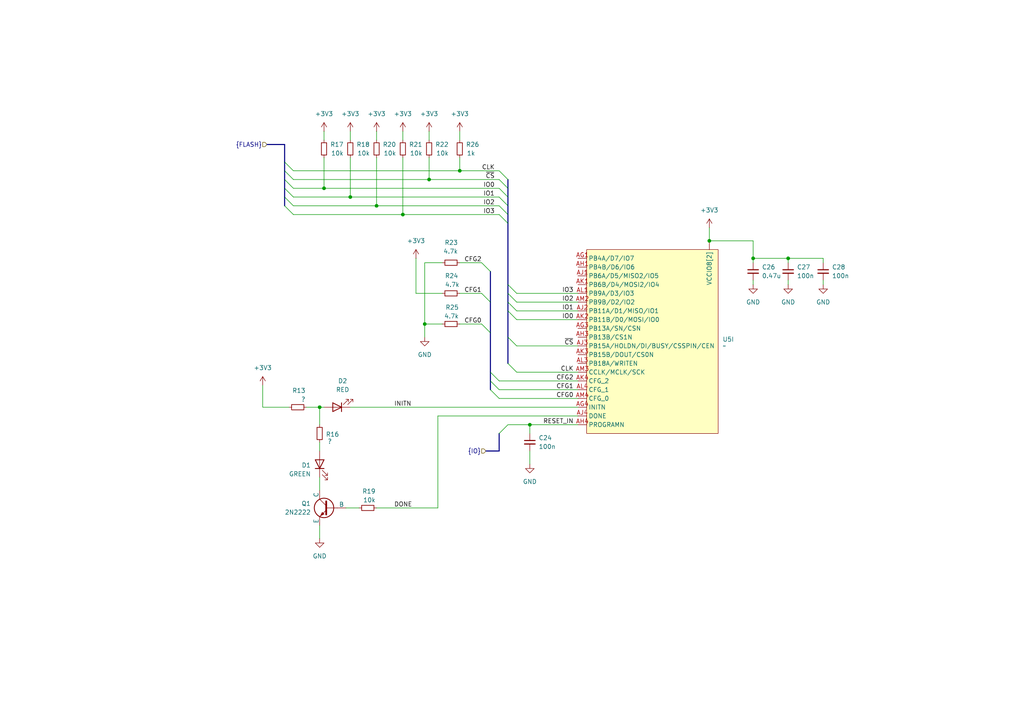
<source format=kicad_sch>
(kicad_sch (version 20231120) (generator "eeschema") (generator_version "8.0")
  (paper "A4")
  (title_block (title "${Project Designation}") (date "2024-06-30") (rev "${Revision}") (comment 1 "${Project Title}") (comment 2 "FPGA BANK 8") (comment 3 "${Part Number}"))
  (lib_symbols
    (symbol "Device:C_Small" (pin_numbers hide) (pin_names (offset 0.254) hide)
      (property "Reference" "C" (at 0.254 1.778 0))
      (property "Value" "C_Small" (at 0.254 -2.032 0))
      (symbol "C_Small_1_1"
        (pin passive line (at 0 2.54 270) (length 2.032) (name "~") (number "1"))
        (pin passive line (at 0 -2.54 90) (length 2.032) (name "~") (number "2"))
      )
    )
    (symbol "Device:LED" (pin_numbers hide) (pin_names (offset 1.016) hide)
      (property "Reference" "D" (at 0 2.54 0))
      (property "Value" "LED" (at 0 -2.54 0))
      (symbol "LED_1_1"
        (pin passive line (at -3.81 0 0) (length 2.54) (name "K") (number "1"))
        (pin passive line (at 3.81 0 180) (length 2.54) (name "A") (number "2"))
      )
    )
    (symbol "Device:R_Small" (pin_numbers hide) (pin_names (offset 0.254) hide)
      (property "Reference" "R" (at 0.762 0.508 0))
      (property "Value" "R_Small" (at 0.762 -1.016 0))
      (symbol "R_Small_1_1"
        (pin passive line (at 0 2.54 270) (length 0.762) (name "~") (number "1"))
        (pin passive line (at 0 -2.54 90) (length 0.762) (name "~") (number "2"))
      )
    )
    (symbol "ECAP5-BSOM:LFE5U-85F-*BG756*"
      (property "Reference" "U" (at -1.016 3.81 0))
      (symbol "LFE5U-85F-*BG756*_1_0"
        (pin power_in line (at 8.89 -15.24 90) (length 2.54) (name "GND[265]") (number ""))
        (pin power_in line (at 22.86 0 180) (length 2.54) (name "VCCAUX[8]") (number ""))
        (pin power_in line (at -5.08 0 0) (length 2.54) (name "VCC[36]") (number ""))
        (pin power_in line (at 8.89 -15.24 90) (length 2.54) hide (name "GND") (number "AA11"))
        (pin power_in line (at -5.08 0 0) (length 2.54) hide (name "VCC") (number "AA12"))
        (pin power_in line (at -5.08 0 0) (length 2.54) hide (name "VCC") (number "AA13"))
        (pin power_in line (at -5.08 0 0) (length 2.54) hide (name "VCC") (number "AA14"))
        (pin power_in line (at -5.08 0 0) (length 2.54) hide (name "VCC") (number "AA15"))
        (pin power_in line (at -5.08 0 0) (length 2.54) hide (name "VCC") (number "AA16"))
        (pin power_in line (at -5.08 0 0) (length 2.54) hide (name "VCC") (number "AA17"))
        (pin power_in line (at -5.08 0 0) (length 2.54) hide (name "VCC") (number "AA18"))
        (pin power_in line (at -5.08 0 0) (length 2.54) hide (name "VCC") (number "AA19"))
        (pin power_in line (at -5.08 0 0) (length 2.54) hide (name "VCC") (number "AA20"))
        (pin power_in line (at -5.08 0 0) (length 2.54) hide (name "VCC") (number "AA21"))
        (pin power_in line (at 8.89 -15.24 90) (length 2.54) hide (name "GND") (number "AA22"))
        (pin power_in line (at 8.89 -15.24 90) (length 2.54) hide (name "GND") (number "AB11"))
        (pin power_in line (at 8.89 -15.24 90) (length 2.54) hide (name "GND") (number "AB12"))
        (pin power_in line (at 8.89 -15.24 90) (length 2.54) hide (name "GND") (number "AB13"))
        (pin power_in line (at 8.89 -15.24 90) (length 2.54) hide (name "GND") (number "AB14"))
        (pin power_in line (at 8.89 -15.24 90) (length 2.54) hide (name "GND") (number "AB15"))
        (pin power_in line (at 8.89 -15.24 90) (length 2.54) hide (name "GND") (number "AB16"))
        (pin power_in line (at 8.89 -15.24 90) (length 2.54) hide (name "GND") (number "AB17"))
        (pin power_in line (at 8.89 -15.24 90) (length 2.54) hide (name "GND") (number "AB18"))
        (pin power_in line (at 8.89 -15.24 90) (length 2.54) hide (name "GND") (number "AB19"))
        (pin power_in line (at 8.89 -15.24 90) (length 2.54) hide (name "GND") (number "AB20"))
        (pin power_in line (at 8.89 -15.24 90) (length 2.54) hide (name "GND") (number "AB21"))
        (pin power_in line (at 8.89 -15.24 90) (length 2.54) hide (name "GND") (number "AB22"))
        (pin power_in line (at 22.86 0 180) (length 2.54) hide (name "VCCAUX") (number "AC11"))
        (pin power_in line (at 8.89 -15.24 90) (length 2.54) hide (name "GND") (number "AC12"))
        (pin power_in line (at 8.89 -15.24 90) (length 2.54) hide (name "GND") (number "AC13"))
        (pin power_in line (at 8.89 -15.24 90) (length 2.54) hide (name "GND") (number "AC14"))
        (pin power_in line (at 8.89 -15.24 90) (length 2.54) hide (name "GND") (number "AC15"))
        (pin power_in line (at 8.89 -15.24 90) (length 2.54) hide (name "GND") (number "AC16"))
        (pin power_in line (at 8.89 -15.24 90) (length 2.54) hide (name "GND") (number "AC17"))
        (pin power_in line (at 8.89 -15.24 90) (length 2.54) hide (name "GND") (number "AC18"))
        (pin power_in line (at 8.89 -15.24 90) (length 2.54) hide (name "GND") (number "AC19"))
        (pin power_in line (at 8.89 -15.24 90) (length 2.54) hide (name "GND") (number "AC20"))
        (pin power_in line (at 8.89 -15.24 90) (length 2.54) hide (name "GND") (number "AC21"))
        (pin power_in line (at 22.86 0 180) (length 2.54) hide (name "VCCAUX") (number "AC22"))
        (pin power_in line (at 8.89 -15.24 90) (length 2.54) hide (name "GND") (number "AD2"))
        (pin power_in line (at 8.89 -15.24 90) (length 2.54) hide (name "GND") (number "AD28"))
        (pin power_in line (at 8.89 -15.24 90) (length 2.54) hide (name "GND") (number "AD31"))
        (pin power_in line (at 8.89 -15.24 90) (length 2.54) hide (name "GND") (number "AD5"))
        (pin power_in line (at 8.89 -15.24 90) (length 2.54) hide (name "GND") (number "AF11"))
        (pin power_in line (at 8.89 -15.24 90) (length 2.54) hide (name "GND") (number "AF12"))
        (pin power_in line (at 8.89 -15.24 90) (length 2.54) hide (name "GND") (number "AF14"))
        (pin power_in line (at 8.89 -15.24 90) (length 2.54) hide (name "GND") (number "AF15"))
        (pin power_in line (at 8.89 -15.24 90) (length 2.54) hide (name "GND") (number "AF16"))
        (pin power_in line (at 8.89 -15.24 90) (length 2.54) hide (name "GND") (number "AF17"))
        (pin power_in line (at 8.89 -15.24 90) (length 2.54) hide (name "GND") (number "AF19"))
        (pin power_in line (at 8.89 -15.24 90) (length 2.54) hide (name "GND") (number "AF20"))
        (pin power_in line (at 8.89 -15.24 90) (length 2.54) hide (name "GND") (number "AF22"))
        (pin power_in line (at 8.89 -15.24 90) (length 2.54) hide (name "GND") (number "AF23"))
        (pin power_in line (at 8.89 -15.24 90) (length 2.54) hide (name "GND") (number "AG11"))
        (pin power_in line (at 8.89 -15.24 90) (length 2.54) hide (name "GND") (number "AG12"))
        (pin power_in line (at 8.89 -15.24 90) (length 2.54) hide (name "GND") (number "AG14"))
        (pin power_in line (at 8.89 -15.24 90) (length 2.54) hide (name "GND") (number "AG15"))
        (pin power_in line (at 8.89 -15.24 90) (length 2.54) hide (name "GND") (number "AG16"))
        (pin power_in line (at 8.89 -15.24 90) (length 2.54) hide (name "GND") (number "AG17"))
        (pin power_in line (at 8.89 -15.24 90) (length 2.54) hide (name "GND") (number "AG19"))
        (pin power_in line (at 8.89 -15.24 90) (length 2.54) hide (name "GND") (number "AG20"))
        (pin power_in line (at 8.89 -15.24 90) (length 2.54) hide (name "GND") (number "AG22"))
        (pin power_in line (at 8.89 -15.24 90) (length 2.54) hide (name "GND") (number "AG23"))
        (pin power_in line (at 8.89 -15.24 90) (length 2.54) hide (name "GND") (number "AG9"))
        (pin power_in line (at 8.89 -15.24 90) (length 2.54) hide (name "GND") (number "AH11"))
        (pin power_in line (at 8.89 -15.24 90) (length 2.54) hide (name "GND") (number "AH12"))
        (pin power_in line (at 8.89 -15.24 90) (length 2.54) hide (name "GND") (number "AH14"))
        (pin power_in line (at 8.89 -15.24 90) (length 2.54) hide (name "GND") (number "AH15"))
        (pin power_in line (at 8.89 -15.24 90) (length 2.54) hide (name "GND") (number "AH16"))
        (pin power_in line (at 8.89 -15.24 90) (length 2.54) hide (name "GND") (number "AH17"))
        (pin power_in line (at 8.89 -15.24 90) (length 2.54) hide (name "GND") (number "AH19"))
        (pin power_in line (at 8.89 -15.24 90) (length 2.54) hide (name "GND") (number "AH2"))
        (pin power_in line (at 8.89 -15.24 90) (length 2.54) hide (name "GND") (number "AH20"))
        (pin power_in line (at 8.89 -15.24 90) (length 2.54) hide (name "GND") (number "AH22"))
        (pin power_in line (at 8.89 -15.24 90) (length 2.54) hide (name "GND") (number "AH23"))
        (pin power_in line (at 8.89 -15.24 90) (length 2.54) hide (name "GND") (number "AH24"))
        (pin power_in line (at 8.89 -15.24 90) (length 2.54) hide (name "GND") (number "AH25"))
        (pin power_in line (at 8.89 -15.24 90) (length 2.54) hide (name "GND") (number "AH26"))
        (pin power_in line (at 8.89 -15.24 90) (length 2.54) hide (name "GND") (number "AH29"))
        (pin power_in line (at 8.89 -15.24 90) (length 2.54) hide (name "GND") (number "AH31"))
        (pin power_in line (at 8.89 -15.24 90) (length 2.54) hide (name "GND") (number "AH5"))
        (pin power_in line (at 8.89 -15.24 90) (length 2.54) hide (name "GND") (number "AH7"))
        (pin power_in line (at 8.89 -15.24 90) (length 2.54) hide (name "GND") (number "AH8"))
        (pin power_in line (at 8.89 -15.24 90) (length 2.54) hide (name "GND") (number "AH9"))
        (pin power_in line (at 8.89 -15.24 90) (length 2.54) hide (name "GND") (number "AJ10"))
        (pin power_in line (at 8.89 -15.24 90) (length 2.54) hide (name "GND") (number "AJ11"))
        (pin power_in line (at 8.89 -15.24 90) (length 2.54) hide (name "GND") (number "AJ12"))
        (pin power_in line (at 8.89 -15.24 90) (length 2.54) hide (name "GND") (number "AJ13"))
        (pin power_in line (at 8.89 -15.24 90) (length 2.54) hide (name "GND") (number "AJ14"))
        (pin power_in line (at 8.89 -15.24 90) (length 2.54) hide (name "GND") (number "AJ15"))
        (pin power_in line (at 8.89 -15.24 90) (length 2.54) hide (name "GND") (number "AJ16"))
        (pin power_in line (at 8.89 -15.24 90) (length 2.54) hide (name "GND") (number "AJ17"))
        (pin power_in line (at 8.89 -15.24 90) (length 2.54) hide (name "GND") (number "AJ18"))
        (pin power_in line (at 8.89 -15.24 90) (length 2.54) hide (name "GND") (number "AJ19"))
        (pin power_in line (at 8.89 -15.24 90) (length 2.54) hide (name "GND") (number "AJ20"))
        (pin power_in line (at 8.89 -15.24 90) (length 2.54) hide (name "GND") (number "AJ21"))
        (pin power_in line (at 8.89 -15.24 90) (length 2.54) hide (name "GND") (number "AJ22"))
        (pin power_in line (at 8.89 -15.24 90) (length 2.54) hide (name "GND") (number "AJ23"))
        (pin power_in line (at 8.89 -15.24 90) (length 2.54) hide (name "GND") (number "AJ24"))
        (pin power_in line (at 8.89 -15.24 90) (length 2.54) hide (name "GND") (number "AJ25"))
        (pin power_in line (at 8.89 -15.24 90) (length 2.54) hide (name "GND") (number "AJ26"))
        (pin power_in line (at 8.89 -15.24 90) (length 2.54) hide (name "GND") (number "AJ7"))
        (pin power_in line (at 8.89 -15.24 90) (length 2.54) hide (name "GND") (number "AJ8"))
        (pin power_in line (at 8.89 -15.24 90) (length 2.54) hide (name "GND") (number "AJ9"))
        (pin power_in line (at 8.89 -15.24 90) (length 2.54) hide (name "GND") (number "AK11"))
        (pin power_in line (at 8.89 -15.24 90) (length 2.54) hide (name "GND") (number "AK14"))
        (pin power_in line (at 8.89 -15.24 90) (length 2.54) hide (name "GND") (number "AK17"))
        (pin power_in line (at 8.89 -15.24 90) (length 2.54) hide (name "GND") (number "AK20"))
        (pin power_in line (at 8.89 -15.24 90) (length 2.54) hide (name "GND") (number "AK23"))
        (pin power_in line (at 8.89 -15.24 90) (length 2.54) hide (name "GND") (number "AK26"))
        (pin power_in line (at 8.89 -15.24 90) (length 2.54) hide (name "GND") (number "AK7"))
        (pin power_in line (at 8.89 -15.24 90) (length 2.54) hide (name "GND") (number "AK8"))
        (pin power_in line (at 8.89 -15.24 90) (length 2.54) hide (name "GND") (number "AL11"))
        (pin power_in line (at 8.89 -15.24 90) (length 2.54) hide (name "GND") (number "AL12"))
        (pin power_in line (at 8.89 -15.24 90) (length 2.54) hide (name "GND") (number "AL14"))
        (pin power_in line (at 8.89 -15.24 90) (length 2.54) hide (name "GND") (number "AL15"))
        (pin power_in line (at 8.89 -15.24 90) (length 2.54) hide (name "GND") (number "AL17"))
        (pin power_in line (at 8.89 -15.24 90) (length 2.54) hide (name "GND") (number "AL18"))
        (pin power_in line (at 8.89 -15.24 90) (length 2.54) hide (name "GND") (number "AL2"))
        (pin power_in line (at 8.89 -15.24 90) (length 2.54) hide (name "GND") (number "AL20"))
        (pin power_in line (at 8.89 -15.24 90) (length 2.54) hide (name "GND") (number "AL21"))
        (pin power_in line (at 8.89 -15.24 90) (length 2.54) hide (name "GND") (number "AL23"))
        (pin power_in line (at 8.89 -15.24 90) (length 2.54) hide (name "GND") (number "AL24"))
        (pin power_in line (at 8.89 -15.24 90) (length 2.54) hide (name "GND") (number "AL26"))
        (pin power_in line (at 8.89 -15.24 90) (length 2.54) hide (name "GND") (number "AL29"))
        (pin power_in line (at 8.89 -15.24 90) (length 2.54) hide (name "GND") (number "AL31"))
        (pin power_in line (at 8.89 -15.24 90) (length 2.54) hide (name "GND") (number "AL5"))
        (pin power_in line (at 8.89 -15.24 90) (length 2.54) hide (name "GND") (number "AL7"))
        (pin power_in line (at 8.89 -15.24 90) (length 2.54) hide (name "GND") (number "AL8"))
        (pin power_in line (at 8.89 -15.24 90) (length 2.54) hide (name "GND") (number "AL9"))
        (pin power_in line (at 8.89 -15.24 90) (length 2.54) hide (name "GND") (number "AM11"))
        (pin power_in line (at 8.89 -15.24 90) (length 2.54) hide (name "GND") (number "AM12"))
        (pin power_in line (at 8.89 -15.24 90) (length 2.54) hide (name "GND") (number "AM14"))
        (pin power_in line (at 8.89 -15.24 90) (length 2.54) hide (name "GND") (number "AM15"))
        (pin power_in line (at 8.89 -15.24 90) (length 2.54) hide (name "GND") (number "AM17"))
        (pin power_in line (at 8.89 -15.24 90) (length 2.54) hide (name "GND") (number "AM18"))
        (pin power_in line (at 8.89 -15.24 90) (length 2.54) hide (name "GND") (number "AM20"))
        (pin power_in line (at 8.89 -15.24 90) (length 2.54) hide (name "GND") (number "AM21"))
        (pin power_in line (at 8.89 -15.24 90) (length 2.54) hide (name "GND") (number "AM23"))
        (pin power_in line (at 8.89 -15.24 90) (length 2.54) hide (name "GND") (number "AM24"))
        (pin power_in line (at 8.89 -15.24 90) (length 2.54) hide (name "GND") (number "AM26"))
        (pin power_in line (at 8.89 -15.24 90) (length 2.54) hide (name "GND") (number "AM7"))
        (pin power_in line (at 8.89 -15.24 90) (length 2.54) hide (name "GND") (number "AM8"))
        (pin power_in line (at 8.89 -15.24 90) (length 2.54) hide (name "GND") (number "AM9"))
        (pin power_in line (at 8.89 -15.24 90) (length 2.54) hide (name "GND") (number "B13"))
        (pin power_in line (at 8.89 -15.24 90) (length 2.54) hide (name "GND") (number "B15"))
        (pin power_in line (at 8.89 -15.24 90) (length 2.54) hide (name "GND") (number "B18"))
        (pin power_in line (at 8.89 -15.24 90) (length 2.54) hide (name "GND") (number "B2"))
        (pin power_in line (at 8.89 -15.24 90) (length 2.54) hide (name "GND") (number "B20"))
        (pin power_in line (at 8.89 -15.24 90) (length 2.54) hide (name "GND") (number "B24"))
        (pin power_in line (at 8.89 -15.24 90) (length 2.54) hide (name "GND") (number "B28"))
        (pin power_in line (at 8.89 -15.24 90) (length 2.54) hide (name "GND") (number "B31"))
        (pin power_in line (at 8.89 -15.24 90) (length 2.54) hide (name "GND") (number "B5"))
        (pin power_in line (at 8.89 -15.24 90) (length 2.54) hide (name "GND") (number "B9"))
        (pin power_in line (at 8.89 -15.24 90) (length 2.54) hide (name "GND") (number "E13"))
        (pin power_in line (at 8.89 -15.24 90) (length 2.54) hide (name "GND") (number "E15"))
        (pin power_in line (at 8.89 -15.24 90) (length 2.54) hide (name "GND") (number "E18"))
        (pin power_in line (at 8.89 -15.24 90) (length 2.54) hide (name "GND") (number "E2"))
        (pin power_in line (at 8.89 -15.24 90) (length 2.54) hide (name "GND") (number "E20"))
        (pin power_in line (at 8.89 -15.24 90) (length 2.54) hide (name "GND") (number "E24"))
        (pin power_in line (at 8.89 -15.24 90) (length 2.54) hide (name "GND") (number "E28"))
        (pin power_in line (at 8.89 -15.24 90) (length 2.54) hide (name "GND") (number "E31"))
        (pin power_in line (at 8.89 -15.24 90) (length 2.54) hide (name "GND") (number "E5"))
        (pin power_in line (at 8.89 -15.24 90) (length 2.54) hide (name "GND") (number "E9"))
        (pin power_in line (at 8.89 -15.24 90) (length 2.54) hide (name "GND") (number "J2"))
        (pin power_in line (at 8.89 -15.24 90) (length 2.54) hide (name "GND") (number "J28"))
        (pin power_in line (at 8.89 -15.24 90) (length 2.54) hide (name "GND") (number "J31"))
        (pin power_in line (at 8.89 -15.24 90) (length 2.54) hide (name "GND") (number "J5"))
        (pin power_in line (at 8.89 -15.24 90) (length 2.54) hide (name "GND") (number "K10"))
        (pin power_in line (at 8.89 -15.24 90) (length 2.54) hide (name "GND") (number "K11"))
        (pin power_in line (at 22.86 0 180) (length 2.54) hide (name "VCCAUX") (number "K13"))
        (pin power_in line (at 22.86 0 180) (length 2.54) hide (name "VCCAUX") (number "K20"))
        (pin power_in line (at 8.89 -15.24 90) (length 2.54) hide (name "GND") (number "K22"))
        (pin power_in line (at 8.89 -15.24 90) (length 2.54) hide (name "GND") (number "K23"))
        (pin power_in line (at 8.89 -15.24 90) (length 2.54) hide (name "GND") (number "L10"))
        (pin power_in line (at 8.89 -15.24 90) (length 2.54) hide (name "GND") (number "L11"))
        (pin power_in line (at 8.89 -15.24 90) (length 2.54) hide (name "GND") (number "L12"))
        (pin power_in line (at 8.89 -15.24 90) (length 2.54) hide (name "GND") (number "L13"))
        (pin power_in line (at 8.89 -15.24 90) (length 2.54) hide (name "GND") (number "L14"))
        (pin power_in line (at 8.89 -15.24 90) (length 2.54) hide (name "GND") (number "L15"))
        (pin power_in line (at 8.89 -15.24 90) (length 2.54) hide (name "GND") (number "L16"))
        (pin power_in line (at 8.89 -15.24 90) (length 2.54) hide (name "GND") (number "L17"))
        (pin power_in line (at 8.89 -15.24 90) (length 2.54) hide (name "GND") (number "L18"))
        (pin power_in line (at 8.89 -15.24 90) (length 2.54) hide (name "GND") (number "L19"))
        (pin power_in line (at 8.89 -15.24 90) (length 2.54) hide (name "GND") (number "L20"))
        (pin power_in line (at 8.89 -15.24 90) (length 2.54) hide (name "GND") (number "L21"))
        (pin power_in line (at 8.89 -15.24 90) (length 2.54) hide (name "GND") (number "L22"))
        (pin power_in line (at 8.89 -15.24 90) (length 2.54) hide (name "GND") (number "L23"))
        (pin power_in line (at 8.89 -15.24 90) (length 2.54) hide (name "GND") (number "M11"))
        (pin power_in line (at -5.08 0 0) (length 2.54) hide (name "VCC") (number "M12"))
        (pin power_in line (at -5.08 0 0) (length 2.54) hide (name "VCC") (number "M13"))
        (pin power_in line (at -5.08 0 0) (length 2.54) hide (name "VCC") (number "M14"))
        (pin power_in line (at -5.08 0 0) (length 2.54) hide (name "VCC") (number "M15"))
        (pin power_in line (at -5.08 0 0) (length 2.54) hide (name "VCC") (number "M16"))
        (pin power_in line (at -5.08 0 0) (length 2.54) hide (name "VCC") (number "M17"))
        (pin power_in line (at -5.08 0 0) (length 2.54) hide (name "VCC") (number "M18"))
        (pin power_in line (at -5.08 0 0) (length 2.54) hide (name "VCC") (number "M19"))
        (pin power_in line (at -5.08 0 0) (length 2.54) hide (name "VCC") (number "M20"))
        (pin power_in line (at -5.08 0 0) (length 2.54) hide (name "VCC") (number "M21"))
        (pin power_in line (at 8.89 -15.24 90) (length 2.54) hide (name "GND") (number "M22"))
        (pin power_in line (at 22.86 0 180) (length 2.54) hide (name "VCCAUX") (number "N10"))
        (pin power_in line (at 8.89 -15.24 90) (length 2.54) hide (name "GND") (number "N11"))
        (pin power_in line (at -5.08 0 0) (length 2.54) hide (name "VCC") (number "N12"))
        (pin power_in line (at 8.89 -15.24 90) (length 2.54) hide (name "GND") (number "N13"))
        (pin power_in line (at 8.89 -15.24 90) (length 2.54) hide (name "GND") (number "N14"))
        (pin power_in line (at 8.89 -15.24 90) (length 2.54) hide (name "GND") (number "N15"))
        (pin power_in line (at 8.89 -15.24 90) (length 2.54) hide (name "GND") (number "N16"))
        (pin power_in line (at 8.89 -15.24 90) (length 2.54) hide (name "GND") (number "N17"))
        (pin power_in line (at 8.89 -15.24 90) (length 2.54) hide (name "GND") (number "N18"))
        (pin power_in line (at 8.89 -15.24 90) (length 2.54) hide (name "GND") (number "N19"))
        (pin power_in line (at 8.89 -15.24 90) (length 2.54) hide (name "GND") (number "N2"))
        (pin power_in line (at 8.89 -15.24 90) (length 2.54) hide (name "GND") (number "N20"))
        (pin power_in line (at -5.08 0 0) (length 2.54) hide (name "VCC") (number "N21"))
        (pin power_in line (at 8.89 -15.24 90) (length 2.54) hide (name "GND") (number "N22"))
        (pin power_in line (at 22.86 0 180) (length 2.54) hide (name "VCCAUX") (number "N23"))
        (pin power_in line (at 8.89 -15.24 90) (length 2.54) hide (name "GND") (number "N28"))
        (pin power_in line (at 8.89 -15.24 90) (length 2.54) hide (name "GND") (number "N31"))
        (pin power_in line (at 8.89 -15.24 90) (length 2.54) hide (name "GND") (number "N5"))
        (pin power_in line (at 8.89 -15.24 90) (length 2.54) hide (name "GND") (number "P11"))
        (pin power_in line (at -5.08 0 0) (length 2.54) hide (name "VCC") (number "P12"))
        (pin power_in line (at 8.89 -15.24 90) (length 2.54) hide (name "GND") (number "P13"))
        (pin power_in line (at 8.89 -15.24 90) (length 2.54) hide (name "GND") (number "P14"))
        (pin power_in line (at 8.89 -15.24 90) (length 2.54) hide (name "GND") (number "P15"))
        (pin power_in line (at 8.89 -15.24 90) (length 2.54) hide (name "GND") (number "P16"))
        (pin power_in line (at 8.89 -15.24 90) (length 2.54) hide (name "GND") (number "P17"))
        (pin power_in line (at 8.89 -15.24 90) (length 2.54) hide (name "GND") (number "P18"))
        (pin power_in line (at 8.89 -15.24 90) (length 2.54) hide (name "GND") (number "P19"))
        (pin power_in line (at -5.08 0 0) (length 2.54) hide (name "VCC") (number "P21"))
        (pin power_in line (at 8.89 -15.24 90) (length 2.54) hide (name "GND") (number "P22"))
        (pin power_in line (at -5.08 0 0) (length 2.54) hide (name "VCC") (number "R12"))
        (pin power_in line (at 8.89 -15.24 90) (length 2.54) hide (name "GND") (number "R13"))
        (pin power_in line (at 8.89 -15.24 90) (length 2.54) hide (name "GND") (number "R14"))
        (pin power_in line (at 8.89 -15.24 90) (length 2.54) hide (name "GND") (number "R15"))
        (pin power_in line (at 8.89 -15.24 90) (length 2.54) hide (name "GND") (number "R16"))
        (pin power_in line (at 8.89 -15.24 90) (length 2.54) hide (name "GND") (number "R17"))
        (pin power_in line (at 8.89 -15.24 90) (length 2.54) hide (name "GND") (number "R18"))
        (pin power_in line (at 8.89 -15.24 90) (length 2.54) hide (name "GND") (number "R19"))
        (pin power_in line (at 8.89 -15.24 90) (length 2.54) hide (name "GND") (number "R2"))
        (pin power_in line (at 8.89 -15.24 90) (length 2.54) hide (name "GND") (number "R20"))
        (pin power_in line (at -5.08 0 0) (length 2.54) hide (name "VCC") (number "R21"))
        (pin power_in line (at 8.89 -15.24 90) (length 2.54) hide (name "GND") (number "R22"))
        (pin power_in line (at 8.89 -15.24 90) (length 2.54) hide (name "GND") (number "R28"))
        (pin power_in line (at 8.89 -15.24 90) (length 2.54) hide (name "GND") (number "R31"))
        (pin power_in line (at 8.89 -15.24 90) (length 2.54) hide (name "GND") (number "R5"))
        (pin power_in line (at 8.89 -15.24 90) (length 2.54) hide (name "GND") (number "T11"))
        (pin power_in line (at -5.08 0 0) (length 2.54) hide (name "VCC") (number "T12"))
        (pin power_in line (at 8.89 -15.24 90) (length 2.54) hide (name "GND") (number "T13"))
        (pin power_in line (at 8.89 -15.24 90) (length 2.54) hide (name "GND") (number "T14"))
        (pin power_in line (at 8.89 -15.24 90) (length 2.54) hide (name "GND") (number "T15"))
        (pin power_in line (at 8.89 -15.24 90) (length 2.54) hide (name "GND") (number "T16"))
        (pin power_in line (at 8.89 -15.24 90) (length 2.54) hide (name "GND") (number "T17"))
        (pin power_in line (at 8.89 -15.24 90) (length 2.54) hide (name "GND") (number "T18"))
        (pin power_in line (at 8.89 -15.24 90) (length 2.54) hide (name "GND") (number "T19"))
        (pin power_in line (at 8.89 -15.24 90) (length 2.54) hide (name "GND") (number "T20"))
        (pin power_in line (at -5.08 0 0) (length 2.54) hide (name "VCC") (number "T21"))
        (pin power_in line (at 8.89 -15.24 90) (length 2.54) hide (name "GND") (number "T22"))
        (pin power_in line (at 8.89 -15.24 90) (length 2.54) hide (name "GND") (number "U11"))
        (pin power_in line (at -5.08 0 0) (length 2.54) hide (name "VCC") (number "U12"))
        (pin power_in line (at 8.89 -15.24 90) (length 2.54) hide (name "GND") (number "U13"))
        (pin power_in line (at 8.89 -15.24 90) (length 2.54) hide (name "GND") (number "U14"))
        (pin power_in line (at 8.89 -15.24 90) (length 2.54) hide (name "GND") (number "U15"))
        (pin power_in line (at 8.89 -15.24 90) (length 2.54) hide (name "GND") (number "U16"))
        (pin power_in line (at 8.89 -15.24 90) (length 2.54) hide (name "GND") (number "U17"))
        (pin power_in line (at 8.89 -15.24 90) (length 2.54) hide (name "GND") (number "U18"))
        (pin power_in line (at 8.89 -15.24 90) (length 2.54) hide (name "GND") (number "U19"))
        (pin power_in line (at 8.89 -15.24 90) (length 2.54) hide (name "GND") (number "U20"))
        (pin power_in line (at -5.08 0 0) (length 2.54) hide (name "VCC") (number "U21"))
        (pin power_in line (at 8.89 -15.24 90) (length 2.54) hide (name "GND") (number "U22"))
        (pin power_in line (at 8.89 -15.24 90) (length 2.54) hide (name "GND") (number "V11"))
        (pin power_in line (at -5.08 0 0) (length 2.54) hide (name "VCC") (number "V12"))
        (pin power_in line (at 8.89 -15.24 90) (length 2.54) hide (name "GND") (number "V13"))
        (pin power_in line (at 8.89 -15.24 90) (length 2.54) hide (name "GND") (number "V14"))
        (pin power_in line (at 8.89 -15.24 90) (length 2.54) hide (name "GND") (number "V15"))
        (pin power_in line (at 8.89 -15.24 90) (length 2.54) hide (name "GND") (number "V16"))
        (pin power_in line (at 8.89 -15.24 90) (length 2.54) hide (name "GND") (number "V17"))
        (pin power_in line (at 8.89 -15.24 90) (length 2.54) hide (name "GND") (number "V18"))
        (pin power_in line (at 8.89 -15.24 90) (length 2.54) hide (name "GND") (number "V19"))
        (pin power_in line (at 8.89 -15.24 90) (length 2.54) hide (name "GND") (number "V2"))
        (pin power_in line (at 8.89 -15.24 90) (length 2.54) hide (name "GND") (number "V20"))
        (pin power_in line (at -5.08 0 0) (length 2.54) hide (name "VCC") (number "V21"))
        (pin power_in line (at 8.89 -15.24 90) (length 2.54) hide (name "GND") (number "V22"))
        (pin power_in line (at 8.89 -15.24 90) (length 2.54) hide (name "GND") (number "V28"))
        (pin power_in line (at 8.89 -15.24 90) (length 2.54) hide (name "GND") (number "V31"))
        (pin power_in line (at 8.89 -15.24 90) (length 2.54) hide (name "GND") (number "V5"))
        (pin power_in line (at 8.89 -15.24 90) (length 2.54) hide (name "GND") (number "W11"))
        (pin power_in line (at -5.08 0 0) (length 2.54) hide (name "VCC") (number "W12"))
        (pin power_in line (at 8.89 -15.24 90) (length 2.54) hide (name "GND") (number "W13"))
        (pin power_in line (at 8.89 -15.24 90) (length 2.54) hide (name "GND") (number "W14"))
        (pin power_in line (at 8.89 -15.24 90) (length 2.54) hide (name "GND") (number "W15"))
        (pin power_in line (at 8.89 -15.24 90) (length 2.54) hide (name "GND") (number "W16"))
        (pin power_in line (at 8.89 -15.24 90) (length 2.54) hide (name "GND") (number "W17"))
        (pin power_in line (at 8.89 -15.24 90) (length 2.54) hide (name "GND") (number "W18"))
        (pin power_in line (at 8.89 -15.24 90) (length 2.54) hide (name "GND") (number "W19"))
        (pin power_in line (at 8.89 -15.24 90) (length 2.54) hide (name "GND") (number "W20"))
        (pin power_in line (at -5.08 0 0) (length 2.54) hide (name "VCC") (number "W21"))
        (pin power_in line (at 8.89 -15.24 90) (length 2.54) hide (name "GND") (number "W22"))
        (pin power_in line (at 22.86 0 180) (length 2.54) hide (name "VCCAUX") (number "Y10"))
        (pin power_in line (at 8.89 -15.24 90) (length 2.54) hide (name "GND") (number "Y11"))
        (pin power_in line (at -5.08 0 0) (length 2.54) hide (name "VCC") (number "Y12"))
        (pin power_in line (at 8.89 -15.24 90) (length 2.54) hide (name "GND") (number "Y13"))
        (pin power_in line (at 8.89 -15.24 90) (length 2.54) hide (name "GND") (number "Y14"))
        (pin power_in line (at 8.89 -15.24 90) (length 2.54) hide (name "GND") (number "Y15"))
        (pin power_in line (at 8.89 -15.24 90) (length 2.54) hide (name "GND") (number "Y16"))
        (pin power_in line (at 8.89 -15.24 90) (length 2.54) hide (name "GND") (number "Y17"))
        (pin power_in line (at 8.89 -15.24 90) (length 2.54) hide (name "GND") (number "Y18"))
        (pin power_in line (at 8.89 -15.24 90) (length 2.54) hide (name "GND") (number "Y19"))
        (pin power_in line (at 8.89 -15.24 90) (length 2.54) hide (name "GND") (number "Y2"))
        (pin power_in line (at 8.89 -15.24 90) (length 2.54) hide (name "GND") (number "Y20"))
        (pin power_in line (at -5.08 0 0) (length 2.54) hide (name "VCC") (number "Y21"))
        (pin power_in line (at 8.89 -15.24 90) (length 2.54) hide (name "GND") (number "Y22"))
        (pin power_in line (at 22.86 0 180) (length 2.54) hide (name "VCCAUX") (number "Y23"))
        (pin power_in line (at 8.89 -15.24 90) (length 2.54) hide (name "GND") (number "Y31"))
      )
      (symbol "LFE5U-85F-*BG756*_2_0"
        (pin power_in line (at 30.48 5.08 270) (length 2.54) (name "VCCIO0[4]") (number ""))
        (pin power_in line (at -3.81 -63.5 0) (length 2.54) (name "PT31B") (number "A10"))
        (pin power_in line (at 35.56 -12.7 180) (length 2.54) (name "PT38B") (number "A11"))
        (pin power_in line (at 35.56 -22.86 180) (length 2.54) (name "PT42B") (number "A13"))
        (pin power_in line (at 35.56 -38.1 180) (length 2.54) (name "PT49B") (number "A14"))
        (pin power_in line (at 35.56 -48.26 180) (length 2.54) (name "PT54B") (number "A15"))
        (pin power_in line (at 35.56 -63.5 180) (length 2.54) (name "PT60B/GR_PCLK0_0") (number "A16"))
        (pin power_in line (at 35.56 -66.04 180) (length 2.54) (name "PT63A/PCLKT0_1") (number "A17"))
        (pin power_in line (at -3.81 -5.08 0) (length 2.54) (name "PT6A") (number "A2"))
        (pin power_in line (at -3.81 -7.62 0) (length 2.54) (name "PT6B") (number "A3"))
        (pin power_in line (at -3.81 -10.16 0) (length 2.54) (name "PT9A") (number "A4"))
        (pin power_in line (at -3.81 -12.7 0) (length 2.54) (name "PT9B") (number "A5"))
        (pin power_in line (at -3.81 -22.86 0) (length 2.54) (name "PT13B") (number "A7"))
        (pin power_in line (at -3.81 -38.1 0) (length 2.54) (name "PT20B") (number "A8"))
        (pin power_in line (at -3.81 -48.26 0) (length 2.54) (name "PT24B") (number "A9"))
        (pin power_in line (at -3.81 -60.96 0) (length 2.54) (name "PT31A") (number "B10"))
        (pin power_in line (at 35.56 -10.16 180) (length 2.54) (name "PT38A") (number "B11"))
        (pin power_in line (at 35.56 -35.56 180) (length 2.54) (name "PT49A") (number "B14"))
        (pin power_in line (at 35.56 -60.96 180) (length 2.54) (name "PT60A/GR_PCLK0_1") (number "B16"))
        (pin power_in line (at 35.56 -68.58 180) (length 2.54) (name "PT63B/PCLKC0_1") (number "B17"))
        (pin power_in line (at -3.81 0 0) (length 2.54) (name "PT4A/ULC_GPLL1T_IN") (number "B3"))
        (pin power_in line (at -3.81 -2.54 0) (length 2.54) (name "PT4B/ULC_GPLL1C_IN") (number "B4"))
        (pin power_in line (at -3.81 -20.32 0) (length 2.54) (name "PT13A") (number "B7"))
        (pin power_in line (at -3.81 -35.56 0) (length 2.54) (name "PT20A") (number "B8"))
        (pin power_in line (at -3.81 -58.42 0) (length 2.54) (name "PT29B") (number "C10"))
        (pin power_in line (at -3.81 -73.66 0) (length 2.54) (name "PT36B") (number "C11"))
        (pin power_in line (at 35.56 -20.32 180) (length 2.54) (name "PT42A") (number "C13"))
        (pin power_in line (at 35.56 -33.02 180) (length 2.54) (name "PT47B") (number "C14"))
        (pin power_in line (at 35.56 -45.72 180) (length 2.54) (name "PT54A") (number "C15"))
        (pin power_in line (at 35.56 -58.42 180) (length 2.54) (name "PT58B") (number "C16"))
        (pin power_in line (at 35.56 -71.12 180) (length 2.54) (name "PT65A/PCLKT0_0") (number "C17"))
        (pin power_in line (at -3.81 -17.78 0) (length 2.54) (name "PT11B") (number "C7"))
        (pin power_in line (at -3.81 -33.02 0) (length 2.54) (name "PT18B") (number "C8"))
        (pin power_in line (at -3.81 -45.72 0) (length 2.54) (name "PT24A") (number "C9"))
        (pin power_in line (at -3.81 -55.88 0) (length 2.54) (name "PT29A") (number "D10"))
        (pin power_in line (at -3.81 -71.12 0) (length 2.54) (name "PT36A") (number "D11"))
        (pin power_in line (at 35.56 -17.78 180) (length 2.54) (name "PT40B") (number "D13"))
        (pin power_in line (at 35.56 -30.48 180) (length 2.54) (name "PT47A") (number "D14"))
        (pin power_in line (at 35.56 -43.18 180) (length 2.54) (name "PT51B") (number "D15"))
        (pin power_in line (at 35.56 -55.88 180) (length 2.54) (name "PT58A") (number "D16"))
        (pin power_in line (at 35.56 -73.66 180) (length 2.54) (name "PT65B/PCLKC0_0") (number "D17"))
        (pin power_in line (at -3.81 -15.24 0) (length 2.54) (name "PT11A") (number "D7"))
        (pin power_in line (at -3.81 -30.48 0) (length 2.54) (name "PT18A") (number "D8"))
        (pin power_in line (at -3.81 -43.18 0) (length 2.54) (name "PT22B") (number "D9"))
        (pin power_in line (at -3.81 -53.34 0) (length 2.54) (name "PT27B") (number "E10"))
        (pin power_in line (at -3.81 -68.58 0) (length 2.54) (name "PT33B") (number "E11"))
        (pin power_in line (at 35.56 -27.94 180) (length 2.54) (name "PT45B") (number "E14"))
        (pin power_in line (at 35.56 -53.34 180) (length 2.54) (name "PT56B") (number "E16"))
        (pin power_in line (at -3.81 -27.94 0) (length 2.54) (name "PT15B") (number "E8"))
        (pin power_in line (at -3.81 -50.8 0) (length 2.54) (name "PT27A") (number "F10"))
        (pin power_in line (at -3.81 -66.04 0) (length 2.54) (name "PT33A") (number "F11"))
        (pin power_in line (at 35.56 -15.24 180) (length 2.54) (name "PT40A") (number "F13"))
        (pin power_in line (at 35.56 -25.4 180) (length 2.54) (name "PT45A") (number "F14"))
        (pin power_in line (at 35.56 -40.64 180) (length 2.54) (name "PT51A") (number "F15"))
        (pin power_in line (at 35.56 -50.8 180) (length 2.54) (name "PT56A") (number "F16"))
        (pin power_in line (at -3.81 -25.4 0) (length 2.54) (name "PT15A") (number "F8"))
        (pin power_in line (at -3.81 -40.64 0) (length 2.54) (name "PT22A") (number "F9"))
        (pin power_in line (at 30.48 5.08 270) (length 2.54) hide (name "VCCIO0") (number "K12"))
        (pin power_in line (at 30.48 5.08 270) (length 2.54) hide (name "VCCIO0") (number "K14"))
        (pin power_in line (at 30.48 5.08 270) (length 2.54) hide (name "VCCIO0") (number "K15"))
        (pin power_in line (at 30.48 5.08 270) (length 2.54) hide (name "VCCIO0") (number "K16"))
      )
      (symbol "LFE5U-85F-*BG756*_3_0"
        (pin power_in line (at 30.48 5.08 270) (length 2.54) (name "VCCIO1[4]") (number ""))
        (pin power_in line (at -3.81 -5.08 0) (length 2.54) (name "PT71A/PCLKT1_0") (number "A18"))
        (pin power_in line (at -3.81 -15.24 0) (length 2.54) (name "PT76A") (number "A19"))
        (pin power_in line (at -3.81 -30.48 0) (length 2.54) (name "PT83A") (number "A20"))
        (pin power_in line (at -3.81 -40.64 0) (length 2.54) (name "PT87A") (number "A22"))
        (pin power_in line (at -3.81 -55.88 0) (length 2.54) (name "PT94A") (number "A23"))
        (pin power_in line (at -3.81 -71.12 0) (length 2.54) (name "PT101A") (number "A24"))
        (pin power_in line (at 35.56 -35.56 180) (length 2.54) (name "PT105A") (number "A25"))
        (pin power_in line (at 35.56 -50.8 180) (length 2.54) (name "PT112A") (number "A26"))
        (pin power_in line (at 35.56 -60.96 180) (length 2.54) (name "PT116A") (number "A28"))
        (pin power_in line (at 35.56 -63.5 180) (length 2.54) (name "PT116B") (number "A29"))
        (pin power_in line (at 35.56 -66.04 180) (length 2.54) (name "PT119A") (number "A30"))
        (pin power_in line (at 35.56 -68.58 180) (length 2.54) (name "PT119B") (number "A31"))
        (pin power_in line (at -3.81 -17.78 0) (length 2.54) (name "PT76B") (number "B19"))
        (pin power_in line (at -3.81 -43.18 0) (length 2.54) (name "PT87B") (number "B22"))
        (pin power_in line (at -3.81 -58.42 0) (length 2.54) (name "PT94B") (number "B23"))
        (pin power_in line (at 35.56 -38.1 180) (length 2.54) (name "PT105B") (number "B25"))
        (pin power_in line (at 35.56 -53.34 180) (length 2.54) (name "PT112B") (number "B26"))
        (pin power_in line (at 35.56 -71.12 180) (length 2.54) (name "PT121A/URC_GPLL1T_IN") (number "B29"))
        (pin power_in line (at 35.56 -73.66 180) (length 2.54) (name "PT121B/URC_GPLL1C_IN") (number "B30"))
        (pin power_in line (at -3.81 -7.62 0) (length 2.54) (name "PT71B/PCLKC1_0") (number "C18"))
        (pin power_in line (at -3.81 -20.32 0) (length 2.54) (name "PT78A") (number "C19"))
        (pin power_in line (at -3.81 -33.02 0) (length 2.54) (name "PT83B") (number "C20"))
        (pin power_in line (at -3.81 -45.72 0) (length 2.54) (name "PT89A") (number "C22"))
        (pin power_in line (at -3.81 -60.96 0) (length 2.54) (name "PT96A") (number "C23"))
        (pin power_in line (at -3.81 -73.66 0) (length 2.54) (name "PT101B") (number "C24"))
        (pin power_in line (at 35.56 -40.64 180) (length 2.54) (name "PT107A") (number "C25"))
        (pin power_in line (at 35.56 -55.88 180) (length 2.54) (name "PT114A") (number "C26"))
        (pin power_in line (at -3.81 -10.16 0) (length 2.54) (name "PT74A/GR_PCLK1_0") (number "D18"))
        (pin power_in line (at -3.81 -22.86 0) (length 2.54) (name "PT78B") (number "D19"))
        (pin power_in line (at -3.81 -35.56 0) (length 2.54) (name "PT85A") (number "D20"))
        (pin power_in line (at -3.81 -48.26 0) (length 2.54) (name "PT89B") (number "D22"))
        (pin power_in line (at -3.81 -63.5 0) (length 2.54) (name "PT96B") (number "D23"))
        (pin power_in line (at 35.56 -30.48 180) (length 2.54) (name "PT103A") (number "D24"))
        (pin power_in line (at 35.56 -43.18 180) (length 2.54) (name "PT107B") (number "D25"))
        (pin power_in line (at 35.56 -58.42 180) (length 2.54) (name "PT114B") (number "D26"))
        (pin power_in line (at -3.81 0 0) (length 2.54) (name "PT69A/PCLKT1_1") (number "E17"))
        (pin power_in line (at -3.81 -25.4 0) (length 2.54) (name "PT80A") (number "E19"))
        (pin power_in line (at -3.81 -50.8 0) (length 2.54) (name "PT92A") (number "E22"))
        (pin power_in line (at -3.81 -66.04 0) (length 2.54) (name "PT98A") (number "E23"))
        (pin power_in line (at 35.56 -45.72 180) (length 2.54) (name "PT110A") (number "E25"))
        (pin power_in line (at -3.81 -2.54 0) (length 2.54) (name "PT69B/PCLKC1_1") (number "F17"))
        (pin power_in line (at -3.81 -12.7 0) (length 2.54) (name "PT74B/GR_PCLK1_1") (number "F18"))
        (pin power_in line (at -3.81 -27.94 0) (length 2.54) (name "PT80B") (number "F19"))
        (pin power_in line (at -3.81 -38.1 0) (length 2.54) (name "PT85B") (number "F20"))
        (pin power_in line (at -3.81 -53.34 0) (length 2.54) (name "PT92B") (number "F22"))
        (pin power_in line (at -3.81 -68.58 0) (length 2.54) (name "PT98B") (number "F23"))
        (pin power_in line (at 35.56 -33.02 180) (length 2.54) (name "PT103B") (number "F24"))
        (pin power_in line (at 35.56 -48.26 180) (length 2.54) (name "PT110B") (number "F25"))
        (pin power_in line (at 30.48 5.08 270) (length 2.54) hide (name "VCCIO1") (number "K17"))
        (pin power_in line (at 30.48 5.08 270) (length 2.54) hide (name "VCCIO1") (number "K18"))
        (pin power_in line (at 30.48 5.08 270) (length 2.54) hide (name "VCCIO1") (number "K19"))
        (pin power_in line (at 30.48 5.08 270) (length 2.54) hide (name "VCCIO1") (number "K21"))
      )
      (symbol "LFE5U-85F-*BG756*_4_0"
        (pin power_in line (at 30.48 5.08 270) (length 2.54) (name "VCCIO2[4]") (number ""))
        (pin power_in line (at -3.81 -20.32 0) (length 2.54) (name "PR17A") (number "B32"))
        (pin power_in line (at -3.81 0 0) (length 2.54) (name "PR11A/URC_GPLL0T_IN") (number "C28"))
        (pin power_in line (at -3.81 -5.08 0) (length 2.54) (name "PR11C") (number "C29"))
        (pin power_in line (at -3.81 -7.62 0) (length 2.54) (name "PR11D") (number "C30"))
        (pin power_in line (at -3.81 -22.86 0) (length 2.54) (name "PR17B") (number "C31"))
        (pin power_in line (at -3.81 -35.56 0) (length 2.54) (name "PR20C") (number "C32"))
        (pin power_in line (at -3.81 -2.54 0) (length 2.54) (name "PR11B/URC_GPLL0C_IN") (number "D28"))
        (pin power_in line (at -3.81 -10.16 0) (length 2.54) (name "PR14A") (number "D29"))
        (pin power_in line (at -3.81 -25.4 0) (length 2.54) (name "PR17C") (number "D30"))
        (pin power_in line (at -3.81 -27.94 0) (length 2.54) (name "PR17D") (number "D31"))
        (pin power_in line (at -3.81 -38.1 0) (length 2.54) (name "PR20D") (number "D32"))
        (pin power_in line (at -3.81 -12.7 0) (length 2.54) (name "PR14B") (number "E29"))
        (pin power_in line (at -3.81 -33.02 0) (length 2.54) (name "PR20B") (number "E30"))
        (pin power_in line (at -3.81 -43.18 0) (length 2.54) (name "PR23B") (number "E32"))
        (pin power_in line (at -3.81 -17.78 0) (length 2.54) (name "PR14D") (number "F28"))
        (pin power_in line (at -3.81 -15.24 0) (length 2.54) (name "PR14C") (number "F29"))
        (pin power_in line (at -3.81 -30.48 0) (length 2.54) (name "PR20A") (number "F30"))
        (pin power_in line (at -3.81 -40.64 0) (length 2.54) (name "PR23A") (number "F31"))
        (pin power_in line (at -3.81 -45.72 0) (length 2.54) (name "PR23C") (number "F32"))
        (pin power_in line (at 35.56 -35.56 180) (length 2.54) (name "PR35A") (number "H27"))
        (pin power_in line (at 35.56 -38.1 180) (length 2.54) (name "PR35B") (number "H28"))
        (pin power_in line (at -3.81 -53.34 0) (length 2.54) (name "PR26B") (number "H30"))
        (pin power_in line (at -3.81 -50.8 0) (length 2.54) (name "PR26A") (number "H31"))
        (pin power_in line (at -3.81 -48.26 0) (length 2.54) (name "PR23D") (number "H32"))
        (pin power_in line (at 35.56 -40.64 180) (length 2.54) (name "PR35C/VREF1_2") (number "J26"))
        (pin power_in line (at 35.56 -43.18 180) (length 2.54) (name "PR35D") (number "J27"))
        (pin power_in line (at 35.56 -30.48 180) (length 2.54) (name "PR32C") (number "J29"))
        (pin power_in line (at -3.81 -55.88 0) (length 2.54) (name "PR26C") (number "J30"))
        (pin power_in line (at -3.81 -63.5 0) (length 2.54) (name "PR29B") (number "J32"))
        (pin power_in line (at 35.56 -48.26 180) (length 2.54) (name "PR38B") (number "K26"))
        (pin power_in line (at 35.56 -45.72 180) (length 2.54) (name "PR38A") (number "K27"))
        (pin power_in line (at 35.56 -50.8 180) (length 2.54) (name "PR38C") (number "K28"))
        (pin power_in line (at 35.56 -33.02 180) (length 2.54) (name "PR32D") (number "K29"))
        (pin power_in line (at -3.81 -58.42 0) (length 2.54) (name "PR26D") (number "K30"))
        (pin power_in line (at -3.81 -60.96 0) (length 2.54) (name "PR29A") (number "K31"))
        (pin power_in line (at -3.81 -66.04 0) (length 2.54) (name "PR29C") (number "K32"))
        (pin power_in line (at 35.56 -60.96 180) (length 2.54) (name "PR41C/GR_PCLK2_0") (number "L26"))
        (pin power_in line (at 35.56 -63.5 180) (length 2.54) (name "PR41D") (number "L27"))
        (pin power_in line (at 35.56 -53.34 180) (length 2.54) (name "PR38D") (number "L29"))
        (pin power_in line (at -3.81 -73.66 0) (length 2.54) (name "PR32B") (number "L30"))
        (pin power_in line (at -3.81 -71.12 0) (length 2.54) (name "PR32A") (number "L31"))
        (pin power_in line (at -3.81 -68.58 0) (length 2.54) (name "PR29D") (number "L32"))
        (pin power_in line (at 30.48 5.08 270) (length 2.54) hide (name "VCCIO2") (number "M23"))
        (pin power_in line (at 35.56 -68.58 180) (length 2.54) (name "PR44B/PCLKC2_1") (number "N26"))
        (pin power_in line (at 35.56 -66.04 180) (length 2.54) (name "PR44A/PCLKT2_1") (number "N27"))
        (pin power_in line (at 35.56 -58.42 180) (length 2.54) (name "PR41B") (number "N29"))
        (pin power_in line (at 35.56 -55.88 180) (length 2.54) (name "PR41A/GR_PCLK2_1") (number "N30"))
        (pin power_in line (at 30.48 5.08 270) (length 2.54) hide (name "VCCIO2") (number "P23"))
        (pin power_in line (at 35.56 -73.66 180) (length 2.54) (name "PR44D/PCLKC2_0") (number "P26"))
        (pin power_in line (at 35.56 -71.12 180) (length 2.54) (name "PR44C/PCLKT2_0") (number "P27"))
        (pin power_in line (at 30.48 5.08 270) (length 2.54) hide (name "VCCIO2") (number "R23"))
        (pin power_in line (at 30.48 5.08 270) (length 2.54) hide (name "VCCIO2") (number "T23"))
      )
      (symbol "LFE5U-85F-*BG756*_5_0"
        (pin power_in line (at 30.48 5.08 270) (length 2.54) (name "VCCIO3[4]") (number ""))
        (pin power_in line (at 30.48 5.08 270) (length 2.54) hide (name "VCCIO3") (number "AA23"))
        (pin power_in line (at 35.56 -20.32 180) (length 2.54) (name "PR74C") (number "AB26"))
        (pin power_in line (at 35.56 -27.94 180) (length 2.54) (name "PR77B") (number "AB27"))
        (pin power_in line (at 35.56 -25.4 180) (length 2.54) (name "PR77A") (number "AB28"))
        (pin power_in line (at 35.56 -48.26 180) (length 2.54) (name "PR83B") (number "AB29"))
        (pin power_in line (at 35.56 -45.72 180) (length 2.54) (name "PR83A") (number "AB30"))
        (pin power_in line (at 35.56 -68.58 180) (length 2.54) (name "PR89B") (number "AB32"))
        (pin power_in line (at 35.56 -76.2 180) (length 2.54) (name "PR92A") (number "AB32"))
        (pin power_in line (at 35.56 -30.48 180) (length 2.54) (name "PR77C") (number "AC26"))
        (pin power_in line (at 35.56 -22.86 180) (length 2.54) (name "PR74D") (number "AC27"))
        (pin power_in line (at 35.56 -50.8 180) (length 2.54) (name "PR83C") (number "AC28"))
        (pin power_in line (at 35.56 -66.04 180) (length 2.54) (name "PR89A") (number "AC30"))
        (pin power_in line (at 35.56 -71.12 180) (length 2.54) (name "PR89C") (number "AC31"))
        (pin power_in line (at 35.56 -78.74 180) (length 2.54) (name "PR92B") (number "AC32"))
        (pin power_in line (at 35.56 -33.02 180) (length 2.54) (name "PR77D") (number "AD26"))
        (pin power_in line (at 35.56 -35.56 180) (length 2.54) (name "PR80A") (number "AD27"))
        (pin power_in line (at 35.56 -53.34 180) (length 2.54) (name "PR83D") (number "AD29"))
        (pin power_in line (at 35.56 -60.96 180) (length 2.54) (name "PR86C") (number "AD30"))
        (pin power_in line (at 35.56 -81.28 180) (length 2.54) (name "PR92C/LRC_GPLL0T_IN") (number "AD32"))
        (pin power_in line (at 35.56 -38.1 180) (length 2.54) (name "PR80B") (number "AE27"))
        (pin power_in line (at 35.56 -40.64 180) (length 2.54) (name "PR80C") (number "AE28"))
        (pin power_in line (at 35.56 -43.18 180) (length 2.54) (name "PR80D") (number "AE29"))
        (pin power_in line (at 35.56 -63.5 180) (length 2.54) (name "PR86D") (number "AE30"))
        (pin power_in line (at 35.56 -73.66 180) (length 2.54) (name "PR89D") (number "AE31"))
        (pin power_in line (at 35.56 -83.82 180) (length 2.54) (name "PR92D/LRC_GPLL0C_IN") (number "AE32"))
        (pin power_in line (at -3.81 -50.8 0) (length 2.54) (name "PR62A") (number "N32"))
        (pin power_in line (at -3.81 0 0) (length 2.54) (name "PR47A/PCLKT3_1") (number "P28"))
        (pin power_in line (at -3.81 -2.54 0) (length 2.54) (name "PR47B/PCLKC3_1") (number "P29"))
        (pin power_in line (at -3.81 -43.18 0) (length 2.54) (name "PR59B") (number "P30"))
        (pin power_in line (at -3.81 -40.64 0) (length 2.54) (name "PR59A") (number "P31"))
        (pin power_in line (at -3.81 -53.34 0) (length 2.54) (name "PR62B") (number "P32"))
        (pin power_in line (at -3.81 -5.08 0) (length 2.54) (name "PR47C/PCLKT3_0") (number "R26"))
        (pin power_in line (at -3.81 -10.16 0) (length 2.54) (name "PR50A/GR_PCLK3_0") (number "R27"))
        (pin power_in line (at -3.81 -20.32 0) (length 2.54) (name "PR53A") (number "R29"))
        (pin power_in line (at -3.81 -45.72 0) (length 2.54) (name "PR59C") (number "R30"))
        (pin power_in line (at -3.81 -60.96 0) (length 2.54) (name "PR65A") (number "R32"))
        (pin power_in line (at -3.81 -7.62 0) (length 2.54) (name "PR47D/PCLKC3_0") (number "T26"))
        (pin power_in line (at -3.81 -12.7 0) (length 2.54) (name "PR50B") (number "T27"))
        (pin power_in line (at -3.81 -22.86 0) (length 2.54) (name "PR53B") (number "T28"))
        (pin power_in line (at -3.81 -25.4 0) (length 2.54) (name "PR53C") (number "T29"))
        (pin power_in line (at -3.81 -48.26 0) (length 2.54) (name "PR59D") (number "T30"))
        (pin power_in line (at -3.81 -63.5 0) (length 2.54) (name "PR65B") (number "T31"))
        (pin power_in line (at -3.81 -71.12 0) (length 2.54) (name "PR68A") (number "T32"))
        (pin power_in line (at 30.48 5.08 270) (length 2.54) hide (name "VCCIO3") (number "U23"))
        (pin power_in line (at -3.81 -17.78 0) (length 2.54) (name "PR50D") (number "U26"))
        (pin power_in line (at -3.81 -15.24 0) (length 2.54) (name "PR50C/GR_PCLK3_1") (number "U27"))
        (pin power_in line (at -3.81 -27.94 0) (length 2.54) (name "PR53D") (number "U28"))
        (pin power_in line (at -3.81 -30.48 0) (length 2.54) (name "PR56A") (number "U29"))
        (pin power_in line (at -3.81 -58.42 0) (length 2.54) (name "PR62D") (number "U30"))
        (pin power_in line (at -3.81 -55.88 0) (length 2.54) (name "PR62C") (number "U31"))
        (pin power_in line (at -3.81 -73.66 0) (length 2.54) (name "PR68B") (number "U32"))
        (pin power_in line (at 30.48 5.08 270) (length 2.54) hide (name "VCCIO3") (number "V23"))
        (pin power_in line (at -3.81 -38.1 0) (length 2.54) (name "PR56D") (number "V26"))
        (pin power_in line (at -3.81 -35.56 0) (length 2.54) (name "PR56C") (number "V27"))
        (pin power_in line (at -3.81 -33.02 0) (length 2.54) (name "PR56B/VREF1_3") (number "V29"))
        (pin power_in line (at -3.81 -76.2 0) (length 2.54) (name "PR68C") (number "V32"))
        (pin power_in line (at 30.48 5.08 270) (length 2.54) hide (name "VCCIO3") (number "W23"))
        (pin power_in line (at 35.56 -12.7 180) (length 2.54) (name "PR71D") (number "W28"))
        (pin power_in line (at 35.56 -17.78 180) (length 2.54) (name "PR74B") (number "W29"))
        (pin power_in line (at -3.81 -66.04 0) (length 2.54) (name "PR65C") (number "W30"))
        (pin power_in line (at 35.56 -55.88 180) (length 2.54) (name "PR86A") (number "W31"))
        (pin power_in line (at -3.81 -78.74 0) (length 2.54) (name "PR68D") (number "W32"))
        (pin power_in line (at -3.81 -81.28 0) (length 2.54) (name "PR71A") (number "Y26"))
        (pin power_in line (at -3.81 -83.82 0) (length 2.54) (name "PR71B") (number "Y27"))
        (pin power_in line (at 35.56 -10.16 180) (length 2.54) (name "PR71C") (number "Y28"))
        (pin power_in line (at 35.56 -15.24 180) (length 2.54) (name "PR74A") (number "Y29"))
        (pin power_in line (at -3.81 -68.58 0) (length 2.54) (name "PR65D") (number "Y30"))
        (pin power_in line (at 35.56 -58.42 180) (length 2.54) (name "PR86B") (number "Y32"))
      )
      (symbol "LFE5U-85F-*BG756*_6_0"
        (pin power_in line (at 30.48 5.08 270) (length 2.54) (name "VCCIO4[2]") (number ""))
        (pin power_in line (at 30.48 5.08 270) (length 2.54) hide (name "VCCIO4") (number "AB23"))
        (pin power_in line (at 30.48 5.08 270) (length 2.54) hide (name "VCCIO4") (number "AC23"))
        (pin power_in line (at -5.08 -30.48 0) (length 2.54) (name "PB110A") (number "AG28"))
        (pin power_in line (at -5.08 -35.56 0) (length 2.54) (name "PB110B") (number "AG29"))
        (pin power_in line (at -5.08 -45.72 0) (length 2.54) (name "PB114B") (number "AG30"))
        (pin power_in line (at -5.08 -55.88 0) (length 2.54) (name "PB119B") (number "AG32"))
        (pin power_in line (at -5.08 -38.1 0) (length 2.54) (name "PB112B") (number "AH28"))
        (pin power_in line (at -5.08 -40.64 0) (length 2.54) (name "PB114A") (number "AH30"))
        (pin power_in line (at -5.08 -50.8 0) (length 2.54) (name "PB119A") (number "AH32"))
        (pin power_in line (at -5.08 -33.02 0) (length 2.54) (name "PB112A") (number "AJ28"))
        (pin power_in line (at -5.08 -53.34 0) (length 2.54) (name "PB121A") (number "AJ29"))
        (pin power_in line (at -5.08 -58.42 0) (length 2.54) (name "PB121B") (number "AJ30"))
        (pin power_in line (at -5.08 -25.4 0) (length 2.54) (name "PB105B") (number "AJ31"))
        (pin power_in line (at -5.08 -15.24 0) (length 2.54) (name "PB101B") (number "AJ32"))
        (pin power_in line (at -5.08 -7.62 0) (length 2.54) (name "PB98B") (number "AK28"))
        (pin power_in line (at -5.08 -43.18 0) (length 2.54) (name "PB116A") (number "AK29"))
        (pin power_in line (at -5.08 -48.26 0) (length 2.54) (name "PB116B") (number "AK30"))
        (pin power_in line (at -5.08 -20.32 0) (length 2.54) (name "PB105A") (number "AK31"))
        (pin power_in line (at -5.08 -10.16 0) (length 2.54) (name "PB101A") (number "AK32"))
        (pin power_in line (at -5.08 -2.54 0) (length 2.54) (name "PB98A") (number "AL28"))
        (pin power_in line (at -5.08 -17.78 0) (length 2.54) (name "PB103B") (number "AL30"))
        (pin power_in line (at -5.08 -27.94 0) (length 2.54) (name "PB107B") (number "AL32"))
        (pin power_in line (at -5.08 0 0) (length 2.54) (name "PB96A") (number "AM28"))
        (pin power_in line (at -5.08 -5.08 0) (length 2.54) (name "PB96B") (number "AM29"))
        (pin power_in line (at -5.08 -12.7 0) (length 2.54) (name "PB103A") (number "AM30"))
        (pin power_in line (at -5.08 -22.86 0) (length 2.54) (name "PB107A") (number "AM31"))
      )
      (symbol "LFE5U-85F-*BG756*_7_0"
        (pin power_in line (at 30.48 5.08 270) (length 2.54) (name "VCCIO6[4]") (number ""))
        (pin power_in line (at 30.48 5.08 270) (length 2.54) hide (name "VCCIO6") (number "AA10"))
        (pin power_in line (at 35.56 -76.2 180) (length 2.54) (name "PL92A") (number "AB1"))
        (pin power_in line (at 35.56 -71.12 180) (length 2.54) (name "PL89B") (number "AB2"))
        (pin power_in line (at 35.56 -45.72 180) (length 2.54) (name "PL83A") (number "AB3"))
        (pin power_in line (at 35.56 -50.8 180) (length 2.54) (name "PL83B") (number "AB4"))
        (pin power_in line (at 35.56 -25.4 180) (length 2.54) (name "PL77A") (number "AB5"))
        (pin power_in line (at 35.56 -30.48 180) (length 2.54) (name "PL77B") (number "AB6"))
        (pin power_in line (at 35.56 -17.78 180) (length 2.54) (name "PL74C") (number "AB7"))
        (pin power_in line (at 35.56 -78.74 180) (length 2.54) (name "PL92B") (number "AC1"))
        (pin power_in line (at 35.56 -68.58 180) (length 2.54) (name "PL89C") (number "AC2"))
        (pin power_in line (at 35.56 -66.04 180) (length 2.54) (name "PL89A") (number "AC3"))
        (pin power_in line (at 35.56 -48.26 180) (length 2.54) (name "PL83C") (number "AC5"))
        (pin power_in line (at 35.56 -22.86 180) (length 2.54) (name "PL74D") (number "AC6"))
        (pin power_in line (at 35.56 -27.94 180) (length 2.54) (name "PL77C") (number "AC7"))
        (pin power_in line (at 35.56 -81.28 180) (length 2.54) (name "PL92C/LLC_GPLL0T_IN") (number "AD1"))
        (pin power_in line (at 35.56 -58.42 180) (length 2.54) (name "PL86C") (number "AD3"))
        (pin power_in line (at 35.56 -53.34 180) (length 2.54) (name "PL83D") (number "AD4"))
        (pin power_in line (at 35.56 -35.56 180) (length 2.54) (name "PL80A") (number "AD6"))
        (pin power_in line (at 35.56 -33.02 180) (length 2.54) (name "PL77D") (number "AD7"))
        (pin power_in line (at 35.56 -83.82 180) (length 2.54) (name "PL92D/LLC_GPLL0C_IN") (number "AE1"))
        (pin power_in line (at 35.56 -73.66 180) (length 2.54) (name "PL89D") (number "AE2"))
        (pin power_in line (at 35.56 -63.5 180) (length 2.54) (name "PL86D") (number "AE3"))
        (pin power_in line (at 35.56 -43.18 180) (length 2.54) (name "PL80D") (number "AE4"))
        (pin power_in line (at 35.56 -38.1 180) (length 2.54) (name "PL80C") (number "AE5"))
        (pin power_in line (at 35.56 -40.64 180) (length 2.54) (name "PL80B") (number "AE6"))
        (pin power_in line (at -3.81 -50.8 0) (length 2.54) (name "PL62A") (number "N1"))
        (pin power_in line (at -3.81 -55.88 0) (length 2.54) (name "PL62B") (number "P1"))
        (pin power_in line (at -3.81 -40.64 0) (length 2.54) (name "PL59A") (number "P2"))
        (pin power_in line (at -3.81 -45.72 0) (length 2.54) (name "PL59B") (number "P3"))
        (pin power_in line (at -3.81 -5.08 0) (length 2.54) (name "PL47B/PCLKC6_1") (number "P4"))
        (pin power_in line (at -3.81 0 0) (length 2.54) (name "PL47A/PCLKT6_1") (number "P5"))
        (pin power_in line (at -3.81 -60.96 0) (length 2.54) (name "PL65A") (number "R1"))
        (pin power_in line (at -3.81 -43.18 0) (length 2.54) (name "PL59C") (number "R3"))
        (pin power_in line (at -3.81 -20.32 0) (length 2.54) (name "PL53A") (number "R4"))
        (pin power_in line (at -3.81 -10.16 0) (length 2.54) (name "PL50A/GR_PCLK6_0") (number "R6"))
        (pin power_in line (at -3.81 -2.54 0) (length 2.54) (name "PL47C/PCLKT6_0") (number "R7"))
        (pin power_in line (at -3.81 -71.12 0) (length 2.54) (name "PL68A") (number "T1"))
        (pin power_in line (at -3.81 -66.04 0) (length 2.54) (name "PL65B") (number "T2"))
        (pin power_in line (at -3.81 -48.26 0) (length 2.54) (name "PL59D") (number "T3"))
        (pin power_in line (at -3.81 -22.86 0) (length 2.54) (name "PL53C") (number "T4"))
        (pin power_in line (at -3.81 -25.4 0) (length 2.54) (name "PL53B") (number "T5"))
        (pin power_in line (at -3.81 -15.24 0) (length 2.54) (name "PL50B/GR_PCLK6_1") (number "T6"))
        (pin power_in line (at -3.81 -7.62 0) (length 2.54) (name "PL47D/PCLKC6_0") (number "T7"))
        (pin power_in line (at -3.81 -76.2 0) (length 2.54) (name "PL68B") (number "U1"))
        (pin power_in line (at 30.48 5.08 270) (length 2.54) hide (name "VCCIO6") (number "U10"))
        (pin power_in line (at -3.81 -53.34 0) (length 2.54) (name "PL62C") (number "U2"))
        (pin power_in line (at -3.81 -58.42 0) (length 2.54) (name "PL62D") (number "U3"))
        (pin power_in line (at -3.81 -30.48 0) (length 2.54) (name "PL56A") (number "U4"))
        (pin power_in line (at -3.81 -27.94 0) (length 2.54) (name "PL53D") (number "U5"))
        (pin power_in line (at -3.81 -12.7 0) (length 2.54) (name "PL50C") (number "U6"))
        (pin power_in line (at -3.81 -17.78 0) (length 2.54) (name "PL50D") (number "U7"))
        (pin power_in line (at -3.81 -73.66 0) (length 2.54) (name "PL68C") (number "V1"))
        (pin power_in line (at 30.48 5.08 270) (length 2.54) hide (name "VCCIO6") (number "V10"))
        (pin power_in line (at -3.81 -35.56 0) (length 2.54) (name "PL56B/VREF1_6") (number "V4"))
        (pin power_in line (at -3.81 -33.02 0) (length 2.54) (name "PL56C") (number "V6"))
        (pin power_in line (at -3.81 -38.1 0) (length 2.54) (name "PL56D") (number "V7"))
        (pin power_in line (at -3.81 -78.74 0) (length 2.54) (name "PL68D") (number "W1"))
        (pin power_in line (at 30.48 5.08 270) (length 2.54) hide (name "VCCIO6") (number "W10"))
        (pin power_in line (at 35.56 -55.88 180) (length 2.54) (name "PL86A") (number "W2"))
        (pin power_in line (at -3.81 -63.5 0) (length 2.54) (name "PL65C") (number "W3"))
        (pin power_in line (at 35.56 -20.32 180) (length 2.54) (name "PL74B") (number "W4"))
        (pin power_in line (at 35.56 -12.7 180) (length 2.54) (name "PL71D") (number "W5"))
        (pin power_in line (at 35.56 -60.96 180) (length 2.54) (name "PL86B") (number "Y1"))
        (pin power_in line (at -3.81 -68.58 0) (length 2.54) (name "PL65D") (number "Y3"))
        (pin power_in line (at 35.56 -15.24 180) (length 2.54) (name "PL74A") (number "Y4"))
        (pin power_in line (at -3.81 -83.82 0) (length 2.54) (name "PL71C") (number "Y5"))
        (pin power_in line (at 35.56 -10.16 180) (length 2.54) (name "PL71B") (number "Y6"))
        (pin power_in line (at -3.81 -81.28 0) (length 2.54) (name "PL71A") (number "Y7"))
      )
      (symbol "LFE5U-85F-*BG756*_8_0"
        (pin power_in line (at 30.48 5.08 270) (length 2.54) (name "VCCIO7[4]") (number ""))
        (pin power_in line (at -3.81 -20.32 0) (length 2.54) (name "PL17A") (number "B1"))
        (pin power_in line (at -3.81 -33.02 0) (length 2.54) (name "PL20C") (number "C1"))
        (pin power_in line (at -3.81 -25.4 0) (length 2.54) (name "PL17B") (number "C2"))
        (pin power_in line (at -3.81 -7.62 0) (length 2.54) (name "PL11D") (number "C3"))
        (pin power_in line (at -3.81 -5.08 0) (length 2.54) (name "PL11C") (number "C4"))
        (pin power_in line (at -3.81 0 0) (length 2.54) (name "PL11A/ULC_GPLL0T_IN") (number "C5"))
        (pin power_in line (at -3.81 -38.1 0) (length 2.54) (name "PL20D") (number "D1"))
        (pin power_in line (at -3.81 -27.94 0) (length 2.54) (name "PL17D") (number "D2"))
        (pin power_in line (at -3.81 -22.86 0) (length 2.54) (name "PL17C") (number "D3"))
        (pin power_in line (at -3.81 -10.16 0) (length 2.54) (name "PL14A") (number "D4"))
        (pin power_in line (at -3.81 -2.54 0) (length 2.54) (name "PL11B/ULC_GPLL0C_IN") (number "D5"))
        (pin power_in line (at -3.81 -45.72 0) (length 2.54) (name "PL23B") (number "E1"))
        (pin power_in line (at -3.81 -35.56 0) (length 2.54) (name "PL20B") (number "E3"))
        (pin power_in line (at -3.81 -15.24 0) (length 2.54) (name "PL14B") (number "E4"))
        (pin power_in line (at -3.81 -43.18 0) (length 2.54) (name "PL23C") (number "F1"))
        (pin power_in line (at -3.81 -40.64 0) (length 2.54) (name "PL23A") (number "F2"))
        (pin power_in line (at -3.81 -30.48 0) (length 2.54) (name "PL20A") (number "F3"))
        (pin power_in line (at -3.81 -12.7 0) (length 2.54) (name "PL14C") (number "F4"))
        (pin power_in line (at -3.81 -17.78 0) (length 2.54) (name "PL14D") (number "F5"))
        (pin power_in line (at -3.81 -48.26 0) (length 2.54) (name "PL23D") (number "H1"))
        (pin power_in line (at -3.81 -50.8 0) (length 2.54) (name "PL26A") (number "H2"))
        (pin power_in line (at -3.81 -55.88 0) (length 2.54) (name "PL26B") (number "H3"))
        (pin power_in line (at 35.56 -40.64 180) (length 2.54) (name "PL35B") (number "H5"))
        (pin power_in line (at 35.56 -35.56 180) (length 2.54) (name "PL35A") (number "H6"))
        (pin power_in line (at -3.81 -66.04 0) (length 2.54) (name "PL29B") (number "J1"))
        (pin power_in line (at -3.81 -53.34 0) (length 2.54) (name "PL26C") (number "J3"))
        (pin power_in line (at -3.81 -73.66 0) (length 2.54) (name "PL32C") (number "J4"))
        (pin power_in line (at 35.56 -43.18 180) (length 2.54) (name "PL35D") (number "J6"))
        (pin power_in line (at 35.56 -38.1 180) (length 2.54) (name "PL35C/VREF1_7") (number "J7"))
        (pin power_in line (at -3.81 -63.5 0) (length 2.54) (name "PL29C") (number "K1"))
        (pin power_in line (at -3.81 -60.96 0) (length 2.54) (name "PL29A") (number "K2"))
        (pin power_in line (at -3.81 -58.42 0) (length 2.54) (name "PL26D") (number "K3"))
        (pin power_in line (at 35.56 -33.02 180) (length 2.54) (name "PL32D") (number "K4"))
        (pin power_in line (at 35.56 -48.26 180) (length 2.54) (name "PL38C") (number "K5"))
        (pin power_in line (at 35.56 -45.72 180) (length 2.54) (name "PL38A") (number "K6"))
        (pin power_in line (at 35.56 -50.8 180) (length 2.54) (name "PL38B") (number "K7"))
        (pin power_in line (at -3.81 -68.58 0) (length 2.54) (name "PL29D") (number "L1"))
        (pin power_in line (at -3.81 -71.12 0) (length 2.54) (name "PL32A") (number "L2"))
        (pin power_in line (at 35.56 -30.48 180) (length 2.54) (name "PL32B") (number "L3"))
        (pin power_in line (at 35.56 -53.34 180) (length 2.54) (name "PL38D") (number "L4"))
        (pin power_in line (at 35.56 -63.5 180) (length 2.54) (name "PL41D") (number "L6"))
        (pin power_in line (at 35.56 -58.42 180) (length 2.54) (name "PL41C/GR_PCLK7_0") (number "L7"))
        (pin power_in line (at 30.48 5.08 270) (length 2.54) hide (name "VCCIO7") (number "M10"))
        (pin power_in line (at 35.56 -55.88 180) (length 2.54) (name "PL41A/GR_PCLK7_1") (number "N3"))
        (pin power_in line (at 35.56 -60.96 180) (length 2.54) (name "PL41B") (number "N4"))
        (pin power_in line (at 35.56 -66.04 180) (length 2.54) (name "PL44A/PCLKT7_1") (number "N6"))
        (pin power_in line (at 35.56 -71.12 180) (length 2.54) (name "PL44B/PCLKC7_1") (number "N7"))
        (pin power_in line (at 30.48 5.08 270) (length 2.54) hide (name "VCCIO7") (number "P10"))
        (pin power_in line (at 35.56 -68.58 180) (length 2.54) (name "PL44C/PCLKT7_0") (number "P6"))
        (pin power_in line (at 35.56 -73.66 180) (length 2.54) (name "PL44D/PCLKC7_0") (number "P7"))
        (pin power_in line (at 30.48 5.08 270) (length 2.54) hide (name "VCCIO7") (number "R10"))
        (pin power_in line (at 30.48 5.08 270) (length 2.54) hide (name "VCCIO7") (number "T10"))
      )
      (symbol "LFE5U-85F-*BG756*_9_0"
        (pin power_in line (at 34.29 5.08 270) (length 2.54) (name "VCCIO8[2]") (number ""))
        (pin power_in line (at 34.29 5.08 270) (length 2.54) hide (name "VCCIO8") (number "AB10"))
        (pin power_in line (at 34.29 5.08 270) (length 2.54) hide (name "VCCIO8") (number "AC10"))
        (pin power_in line (at -3.81 0 0) (length 2.54) (name "PB4A/D7/IO7") (number "AG1"))
        (pin power_in line (at -3.81 -20.32 0) (length 2.54) (name "PB13A/SN/CSN") (number "AG3"))
        (pin power_in line (at -3.81 -43.18 0) (length 2.54) (name "INITN") (number "AG4"))
        (pin power_in line (at -3.81 -2.54 0) (length 2.54) (name "PB4B/D6/IO6") (number "AH1"))
        (pin power_in line (at -3.81 -22.86 0) (length 2.54) (name "PB13B/CS1N") (number "AH3"))
        (pin power_in line (at -3.81 -48.26 0) (length 2.54) (name "PROGRAMN") (number "AH4"))
        (pin power_in line (at -3.81 -5.08 0) (length 2.54) (name "PB6A/D5/MISO2/IO5") (number "AJ1"))
        (pin power_in line (at -3.81 -15.24 0) (length 2.54) (name "PB11A/D1/MISO/IO1") (number "AJ2"))
        (pin power_in line (at -3.81 -25.4 0) (length 2.54) (name "PB15A/HOLDN/DI/BUSY/CSSPIN/CEN") (number "AJ3"))
        (pin power_in line (at -3.81 -45.72 0) (length 2.54) (name "DONE") (number "AJ4"))
        (pin power_in line (at -3.81 -7.62 0) (length 2.54) (name "PB6B/D4/MOSI2/IO4") (number "AK1"))
        (pin power_in line (at -3.81 -17.78 0) (length 2.54) (name "PB11B/D0/MOSI/IO0") (number "AK2"))
        (pin power_in line (at -3.81 -27.94 0) (length 2.54) (name "PB15B/DOUT/CS0N") (number "AK3"))
        (pin power_in line (at -3.81 -35.56 0) (length 2.54) (name "CFG_2") (number "AK4"))
        (pin power_in line (at -3.81 -10.16 0) (length 2.54) (name "PB9A/D3/IO3") (number "AL1"))
        (pin power_in line (at -3.81 -30.48 0) (length 2.54) (name "PB18A/WRITEN") (number "AL3"))
        (pin power_in line (at -3.81 -38.1 0) (length 2.54) (name "CFG_1") (number "AL4"))
        (pin power_in line (at -3.81 -12.7 0) (length 2.54) (name "PB9B/D2/IO2") (number "AM2"))
        (pin power_in line (at -3.81 -33.02 0) (length 2.54) (name "CCLK/MCLK/SCK") (number "AM3"))
        (pin power_in line (at -3.81 -40.64 0) (length 2.54) (name "CFG_0") (number "AM4"))
      )
    )
    (symbol "Simulation_SPICE:NPN" (pin_numbers hide) (pin_names (offset 0))
      (property "Reference" "Q" (at -2.54 7.62 0))
      (property "Value" "NPN" (at -2.54 5.08 0))
      (symbol "NPN_1_1"
        (pin open_collector line (at 2.54 5.08 270) (length 2.54) (name "C") (number "1"))
        (pin input line (at -5.08 0 0) (length 2.54) (name "B") (number "2"))
        (pin open_emitter line (at 2.54 -5.08 90) (length 2.54) (name "E") (number "3"))
      )
    )
    (symbol "power:+3V3" (power) (pin_numbers hide) (pin_names (offset 0) hide)
      (property "Value" "+3V3" (at 0 3.556 0))
      (symbol "+3V3_1_1"
        (pin power_in line (at 0 0 90) (length 0) (name "~") (number "1"))
      )
    )
    (symbol "power:GND" (power) (pin_numbers hide) (pin_names (offset 0) hide)
      (property "Value" "GND" (at 0 -3.81 0))
      (symbol "GND_1_1"
        (pin power_in line (at 0 0 270) (length 0) (name "~") (number "1"))
      )
    )
  )
  (junction (at 123.19 93.98))
  (junction (at 153.67 123.19))
  (junction (at 109.22 59.69))
  (junction (at 124.46 52.07))
  (junction (at 133.35 49.53))
  (junction (at 116.84 62.23))
  (junction (at 228.6 74.93))
  (junction (at 205.74 69.85))
  (junction (at 93.98 54.61))
  (junction (at 101.6 57.15))
  (junction (at 218.44 74.93))
  (junction (at 92.71 118.11))
  (bus_entry (at 144.78 52.07) (size 2.54 2.54))
  (bus_entry (at 85.09 59.69) (size -2.54 -2.54))
  (bus_entry (at 144.78 59.69) (size 2.54 2.54))
  (bus_entry (at 85.09 62.23) (size -2.54 -2.54))
  (bus_entry (at 144.78 125.73) (size 2.54 -2.54))
  (bus_entry (at 144.78 49.53) (size 2.54 2.54))
  (bus_entry (at 85.09 54.61) (size -2.54 -2.54))
  (bus_entry (at 144.78 54.61) (size 2.54 2.54))
  (bus_entry (at 142.24 113.03) (size 2.54 2.54))
  (bus_entry (at 139.7 93.98) (size 2.54 2.54))
  (bus_entry (at 147.32 82.55) (size 2.54 2.54))
  (bus_entry (at 147.32 105.41) (size 2.54 2.54))
  (bus_entry (at 85.09 57.15) (size -2.54 -2.54))
  (bus_entry (at 147.32 85.09) (size 2.54 2.54))
  (bus_entry (at 85.09 49.53) (size -2.54 -2.54))
  (bus_entry (at 144.78 62.23) (size 2.54 2.54))
  (bus_entry (at 147.32 97.79) (size 2.54 2.54))
  (bus_entry (at 139.7 85.09) (size 2.54 2.54))
  (bus_entry (at 139.7 76.2) (size 2.54 2.54))
  (bus_entry (at 142.24 110.49) (size 2.54 2.54))
  (bus_entry (at 147.32 90.17) (size 2.54 2.54))
  (bus_entry (at 85.09 52.07) (size -2.54 -2.54))
  (bus_entry (at 144.78 57.15) (size 2.54 2.54))
  (bus_entry (at 147.32 87.63) (size 2.54 2.54))
  (bus_entry (at 142.24 107.95) (size 2.54 2.54))
  (wire (pts (xy 92.71 118.11) (xy 92.71 123.19)))
  (wire (pts (xy 149.86 87.63) (xy 167.64 87.63)))
  (bus (pts (xy 140.97 130.81) (xy 144.78 130.81)))
  (wire (pts (xy 127 120.65) (xy 127 147.32)))
  (wire (pts (xy 76.2 118.11) (xy 83.82 118.11)))
  (wire (pts (xy 133.35 45.72) (xy 133.35 49.53)))
  (wire (pts (xy 123.19 93.98) (xy 128.27 93.98)))
  (bus (pts (xy 147.32 57.15) (xy 147.32 59.69)))
  (wire (pts (xy 153.67 123.19) (xy 167.64 123.19)))
  (wire (pts (xy 85.09 59.69) (xy 109.22 59.69)))
  (wire (pts (xy 93.98 45.72) (xy 93.98 54.61)))
  (wire (pts (xy 93.98 38.1) (xy 93.98 40.64)))
  (wire (pts (xy 144.78 115.57) (xy 167.64 115.57)))
  (wire (pts (xy 228.6 74.93) (xy 238.76 74.93)))
  (wire (pts (xy 116.84 38.1) (xy 116.84 40.64)))
  (wire (pts (xy 76.2 111.76) (xy 76.2 118.11)))
  (wire (pts (xy 149.86 100.33) (xy 167.64 100.33)))
  (wire (pts (xy 109.22 147.32) (xy 127 147.32)))
  (wire (pts (xy 124.46 52.07) (xy 144.78 52.07)))
  (wire (pts (xy 92.71 152.4) (xy 92.71 156.21)))
  (wire (pts (xy 101.6 57.15) (xy 144.78 57.15)))
  (bus (pts (xy 147.32 90.17) (xy 147.32 97.79)))
  (bus (pts (xy 82.55 41.91) (xy 82.55 46.99)))
  (wire (pts (xy 120.65 74.93) (xy 120.65 85.09)))
  (wire (pts (xy 124.46 45.72) (xy 124.46 52.07)))
  (bus (pts (xy 147.32 64.77) (xy 147.32 82.55)))
  (bus (pts (xy 147.32 52.07) (xy 147.32 54.61)))
  (bus (pts (xy 147.32 62.23) (xy 147.32 64.77)))
  (wire (pts (xy 147.32 123.19) (xy 153.67 123.19)))
  (wire (pts (xy 101.6 45.72) (xy 101.6 57.15)))
  (bus (pts (xy 82.55 59.69) (xy 82.55 57.15)))
  (wire (pts (xy 153.67 130.81) (xy 153.67 134.62)))
  (wire (pts (xy 85.09 62.23) (xy 116.84 62.23)))
  (wire (pts (xy 85.09 54.61) (xy 93.98 54.61)))
  (wire (pts (xy 92.71 138.43) (xy 92.71 142.24)))
  (wire (pts (xy 104.14 147.32) (xy 100.33 147.32)))
  (bus (pts (xy 144.78 125.73) (xy 144.78 130.81)))
  (wire (pts (xy 149.86 92.71) (xy 167.64 92.71)))
  (bus (pts (xy 77.47 41.91) (xy 82.55 41.91)))
  (wire (pts (xy 127 120.65) (xy 167.64 120.65)))
  (bus (pts (xy 147.32 85.09) (xy 147.32 87.63)))
  (bus (pts (xy 142.24 87.63) (xy 142.24 96.52)))
  (wire (pts (xy 205.74 69.85) (xy 218.44 69.85)))
  (wire (pts (xy 238.76 74.93) (xy 238.76 76.2)))
  (wire (pts (xy 133.35 85.09) (xy 139.7 85.09)))
  (wire (pts (xy 153.67 123.19) (xy 153.67 125.73)))
  (bus (pts (xy 147.32 54.61) (xy 147.32 57.15)))
  (wire (pts (xy 85.09 49.53) (xy 133.35 49.53)))
  (wire (pts (xy 101.6 38.1) (xy 101.6 40.64)))
  (wire (pts (xy 218.44 74.93) (xy 228.6 74.93)))
  (wire (pts (xy 133.35 49.53) (xy 144.78 49.53)))
  (wire (pts (xy 109.22 38.1) (xy 109.22 40.64)))
  (bus (pts (xy 82.55 52.07) (xy 82.55 49.53)))
  (wire (pts (xy 85.09 57.15) (xy 101.6 57.15)))
  (bus (pts (xy 82.55 54.61) (xy 82.55 52.07)))
  (wire (pts (xy 205.74 66.04) (xy 205.74 69.85)))
  (wire (pts (xy 120.65 85.09) (xy 128.27 85.09)))
  (bus (pts (xy 147.32 97.79) (xy 147.32 105.41)))
  (wire (pts (xy 133.35 76.2) (xy 139.7 76.2)))
  (wire (pts (xy 101.6 118.11) (xy 167.64 118.11)))
  (wire (pts (xy 92.71 128.27) (xy 92.71 130.81)))
  (wire (pts (xy 149.86 107.95) (xy 167.64 107.95)))
  (wire (pts (xy 109.22 45.72) (xy 109.22 59.69)))
  (bus (pts (xy 82.55 57.15) (xy 82.55 54.61)))
  (bus (pts (xy 142.24 110.49) (xy 142.24 107.95)))
  (bus (pts (xy 147.32 59.69) (xy 147.32 62.23)))
  (wire (pts (xy 116.84 45.72) (xy 116.84 62.23)))
  (wire (pts (xy 144.78 110.49) (xy 167.64 110.49)))
  (bus (pts (xy 147.32 87.63) (xy 147.32 90.17)))
  (wire (pts (xy 123.19 93.98) (xy 123.19 76.2)))
  (bus (pts (xy 142.24 107.95) (xy 142.24 96.52)))
  (wire (pts (xy 109.22 59.69) (xy 144.78 59.69)))
  (bus (pts (xy 147.32 82.55) (xy 147.32 85.09)))
  (wire (pts (xy 218.44 81.28) (xy 218.44 82.55)))
  (bus (pts (xy 82.55 49.53) (xy 82.55 46.99)))
  (wire (pts (xy 88.9 118.11) (xy 92.71 118.11)))
  (wire (pts (xy 93.98 54.61) (xy 144.78 54.61)))
  (wire (pts (xy 123.19 76.2) (xy 128.27 76.2)))
  (wire (pts (xy 92.71 118.11) (xy 93.98 118.11)))
  (bus (pts (xy 142.24 113.03) (xy 142.24 110.49)))
  (wire (pts (xy 228.6 81.28) (xy 228.6 82.55)))
  (wire (pts (xy 149.86 90.17) (xy 167.64 90.17)))
  (wire (pts (xy 124.46 38.1) (xy 124.46 40.64)))
  (wire (pts (xy 133.35 38.1) (xy 133.35 40.64)))
  (bus (pts (xy 142.24 78.74) (xy 142.24 87.63)))
  (wire (pts (xy 228.6 74.93) (xy 228.6 76.2)))
  (wire (pts (xy 218.44 74.93) (xy 218.44 76.2)))
  (wire (pts (xy 218.44 69.85) (xy 218.44 74.93)))
  (wire (pts (xy 238.76 81.28) (xy 238.76 82.55)))
  (wire (pts (xy 85.09 52.07) (xy 124.46 52.07)))
  (wire (pts (xy 149.86 85.09) (xy 167.64 85.09)))
  (wire (pts (xy 144.78 113.03) (xy 167.64 113.03)))
  (wire (pts (xy 116.84 62.23) (xy 144.78 62.23)))
  (wire (pts (xy 133.35 93.98) (xy 139.7 93.98)))
  (wire (pts (xy 123.19 97.79) (xy 123.19 93.98)))
  (label "CFG1" (at 166.37 113.03 180))
  (label "IO2" (at 166.37 87.63 180))
  (label "DONE" (at 114.3 147.32 0))
  (label "IO3" (at 143.51 62.23 180))
  (label "~{CS}" (at 166.37 100.33 180))
  (label "CFG2" (at 166.37 110.49 180))
  (label "~{CS}" (at 143.51 52.07 180))
  (label "CFG0" (at 166.37 115.57 180))
  (label "IO3" (at 166.37 85.09 180))
  (label "IO1" (at 166.37 90.17 180))
  (label "CFG1" (at 139.7 85.09 180))
  (label "IO0" (at 143.51 54.61 180))
  (label "IO0" (at 166.37 92.71 180))
  (label "CLK" (at 143.51 49.53 180))
  (label "IO2" (at 143.51 59.69 180))
  (label "CFG0" (at 139.7 93.98 180))
  (label "INITN" (at 114.3 118.11 0))
  (label "IO1" (at 143.51 57.15 180))
  (label "CFG2" (at 139.7 76.2 180))
  (label "CLK" (at 166.37 107.95 180))
  (label "RESET_IN" (at 166.37 123.19 180))
  (hierarchical_label "{FLASH}" (shape input) (at 77.47 41.91 180))
  (hierarchical_label "{IO}" (shape input) (at 140.97 130.81 180))
  (symbol (lib_id "ECAP5-BSOM:LFE5U-85F-*BG756*") (at 171.45 74.93 0) (unit 9)
    (property "Reference" "U5" (at 209.55 98.4249 0) (effects (justify left)))
    (property "Value" "~" (at 209.55 100.33 0) (effects (justify left)))
    (property "Datasheet" "https://www.latticesemi.com/view_document?document_id=50461" (effects (hide yes)))
  )
  (symbol (lib_id "power:GND") (at 123.19 97.79 0) (unit 1)
    (property "Reference" "#PWR064" (effects (hide yes)))
    (property "Value" "GND" (at 123.19 102.87 0))
    (property "Description" "Power symbol creates a global label with name \"GND\" , ground" (effects (hide yes)))
  )
  (symbol (lib_id "Device:R_Small") (at 116.84 43.18 0) (mirror x) (unit 1)
    (property "Reference" "R21" (at 118.618 41.91 0) (effects (justify left)))
    (property "Value" "10k" (at 118.872 44.45 0) (effects (justify left)))
    (property "Description" "Resistor, small symbol" (effects (hide yes)))
  )
  (symbol (lib_id "power:+3V3") (at 116.84 38.1 0) (mirror y) (unit 1)
    (property "Reference" "#PWR062" (effects (hide yes)))
    (property "Value" "+3V3" (at 116.84 33.02 0))
    (property "Description" "Power symbol creates a global label with name \"+3V3\"" (effects (hide yes)))
  )
  (symbol (lib_id "power:+3V3") (at 133.35 38.1 0) (mirror y) (unit 1)
    (property "Reference" "#PWR066" (effects (hide yes)))
    (property "Value" "+3V3" (at 133.35 33.02 0))
    (property "Description" "Power symbol creates a global label with name \"+3V3\"" (effects (hide yes)))
  )
  (symbol (lib_id "Device:C_Small") (at 238.76 78.74 0) (unit 1)
    (property "Reference" "C28" (at 241.3 77.4762 0) (effects (justify left)))
    (property "Value" "100n" (at 241.3 80.0162 0) (effects (justify left)))
    (property "Description" "Unpolarized capacitor, small symbol" (effects (hide yes)))
  )
  (symbol (lib_id "Device:R_Small") (at 109.22 43.18 0) (mirror x) (unit 1)
    (property "Reference" "R20" (at 110.998 41.91 0) (effects (justify left)))
    (property "Value" "10k" (at 111.252 44.45 0) (effects (justify left)))
    (property "Description" "Resistor, small symbol" (effects (hide yes)))
  )
  (symbol (lib_id "power:+3V3") (at 76.2 111.76 0) (mirror y) (unit 1)
    (property "Reference" "#PWR056" (effects (hide yes)))
    (property "Value" "+3V3" (at 76.2 106.68 0))
    (property "Description" "Power symbol creates a global label with name \"+3V3\"" (effects (hide yes)))
  )
  (symbol (lib_id "Device:R_Small") (at 92.71 125.73 0) (unit 1)
    (property "Reference" "R16" (at 94.488 125.984 0) (effects (justify left)))
    (property "Value" "?" (at 94.996 128.016 0) (effects (justify left)))
    (property "Description" "Resistor, small symbol" (effects (hide yes)))
  )
  (symbol (lib_id "Device:R_Small") (at 124.46 43.18 0) (mirror x) (unit 1)
    (property "Reference" "R22" (at 126.238 41.91 0) (effects (justify left)))
    (property "Value" "10k" (at 126.492 44.45 0) (effects (justify left)))
    (property "Description" "Resistor, small symbol" (effects (hide yes)))
  )
  (symbol (lib_id "Device:R_Small") (at 130.81 76.2 90) (unit 1)
    (property "Reference" "R23" (at 132.842 70.358 90) (effects (justify left)))
    (property "Value" "4.7k" (at 132.842 72.898 90) (effects (justify left)))
    (property "Description" "Resistor, small symbol" (effects (hide yes)))
  )
  (symbol (lib_id "power:+3V3") (at 109.22 38.1 0) (mirror y) (unit 1)
    (property "Reference" "#PWR061" (effects (hide yes)))
    (property "Value" "+3V3" (at 109.22 33.02 0))
    (property "Description" "Power symbol creates a global label with name \"+3V3\"" (effects (hide yes)))
  )
  (symbol (lib_id "power:+3V3") (at 124.46 38.1 0) (mirror y) (unit 1)
    (property "Reference" "#PWR065" (effects (hide yes)))
    (property "Value" "+3V3" (at 124.46 33.02 0))
    (property "Description" "Power symbol creates a global label with name \"+3V3\"" (effects (hide yes)))
  )
  (symbol (lib_id "power:+3V3") (at 120.65 74.93 0) (unit 1)
    (property "Reference" "#PWR063" (effects (hide yes)))
    (property "Value" "+3V3" (at 120.65 69.85 0))
    (property "Description" "Power symbol creates a global label with name \"+3V3\"" (effects (hide yes)))
  )
  (symbol (lib_id "power:GND") (at 218.44 82.55 0) (unit 1)
    (property "Reference" "#PWR069" (effects (hide yes)))
    (property "Value" "GND" (at 218.44 87.63 0))
    (property "Description" "Power symbol creates a global label with name \"GND\" , ground" (effects (hide yes)))
  )
  (symbol (lib_id "power:+3V3") (at 101.6 38.1 0) (mirror y) (unit 1)
    (property "Reference" "#PWR060" (effects (hide yes)))
    (property "Value" "+3V3" (at 101.6 33.02 0))
    (property "Description" "Power symbol creates a global label with name \"+3V3\"" (effects (hide yes)))
  )
  (symbol (lib_id "power:+3V3") (at 93.98 38.1 0) (mirror y) (unit 1)
    (property "Reference" "#PWR059" (effects (hide yes)))
    (property "Value" "+3V3" (at 93.98 33.02 0))
    (property "Description" "Power symbol creates a global label with name \"+3V3\"" (effects (hide yes)))
  )
  (symbol (lib_id "power:GND") (at 238.76 82.55 0) (unit 1)
    (property "Reference" "#PWR071" (effects (hide yes)))
    (property "Value" "GND" (at 238.76 87.63 0))
    (property "Description" "Power symbol creates a global label with name \"GND\" , ground" (effects (hide yes)))
  )
  (symbol (lib_id "Device:R_Small") (at 130.81 85.09 90) (unit 1)
    (property "Reference" "R24" (at 129.032 80.01 90) (effects (justify right)))
    (property "Value" "4.7k" (at 129.032 82.55 90) (effects (justify right)))
    (property "Description" "Resistor, small symbol" (effects (hide yes)))
  )
  (symbol (lib_id "power:GND") (at 92.71 156.21 0) (mirror y) (unit 1)
    (property "Reference" "#PWR058" (effects (hide yes)))
    (property "Value" "GND" (at 92.71 161.29 0))
    (property "Description" "Power symbol creates a global label with name \"GND\" , ground" (effects (hide yes)))
  )
  (symbol (lib_id "power:GND") (at 153.67 134.62 0) (unit 1)
    (property "Reference" "#PWR067" (effects (hide yes)))
    (property "Value" "GND" (at 153.67 139.7 0))
    (property "Description" "Power symbol creates a global label with name \"GND\" , ground" (effects (hide yes)))
  )
  (symbol (lib_id "Device:R_Small") (at 86.36 118.11 90) (unit 1)
    (property "Reference" "R13" (at 88.646 113.284 90) (effects (justify left)))
    (property "Value" "?" (at 88.646 115.824 90) (effects (justify left)))
    (property "Description" "Resistor, small symbol" (effects (hide yes)))
  )
  (symbol (lib_id "power:GND") (at 228.6 82.55 0) (unit 1)
    (property "Reference" "#PWR070" (effects (hide yes)))
    (property "Value" "GND" (at 228.6 87.63 0))
    (property "Description" "Power symbol creates a global label with name \"GND\" , ground" (effects (hide yes)))
  )
  (symbol (lib_id "power:+3V3") (at 205.74 66.04 0) (unit 1)
    (property "Reference" "#PWR068" (effects (hide yes)))
    (property "Value" "+3V3" (at 205.74 60.96 0))
    (property "Description" "Power symbol creates a global label with name \"+3V3\"" (effects (hide yes)))
  )
  (symbol (lib_id "Device:C_Small") (at 218.44 78.74 0) (unit 1)
    (property "Reference" "C26" (at 220.98 77.4762 0) (effects (justify left)))
    (property "Value" "0.47u" (at 220.98 80.0162 0) (effects (justify left)))
    (property "Description" "Unpolarized capacitor, small symbol" (effects (hide yes)))
  )
  (symbol (lib_id "Simulation_SPICE:NPN") (at 95.25 147.32 0) (mirror y) (unit 1)
    (property "Reference" "Q1" (at 90.17 146.0499 0) (effects (justify left)))
    (property "Value" "2N2222" (at 90.17 148.5899 0) (effects (justify left)))
    (property "Datasheet" "https://ngspice.sourceforge.io/docs/ngspice-html-manual/manual.xhtml#cha_BJTs" (effects (hide yes)))
    (property "Description" "Bipolar transistor symbol for simulation only, substrate tied to the emitter" (effects (hide yes)))
    (property "Sim.Device" "NPN" (effects (hide yes)))
    (property "Sim.Type" "GUMMELPOON" (effects (hide yes)))
    (property "Sim.Pins" "1=C 2=B 3=E" (effects (hide yes)))
  )
  (symbol (lib_id "Device:R_Small") (at 101.6 43.18 0) (mirror x) (unit 1)
    (property "Reference" "R18" (at 103.378 41.91 0) (effects (justify left)))
    (property "Value" "10k" (at 103.632 44.45 0) (effects (justify left)))
    (property "Description" "Resistor, small symbol" (effects (hide yes)))
  )
  (symbol (lib_id "Device:LED") (at 97.79 118.11 180) (unit 1)
    (property "Reference" "D2" (at 99.3775 110.49 0))
    (property "Value" "RED" (at 99.3775 113.03 0))
    (property "Description" "Light emitting diode" (effects (hide yes)))
  )
  (symbol (lib_id "Device:R_Small") (at 93.98 43.18 0) (mirror x) (unit 1)
    (property "Reference" "R17" (at 95.758 41.91 0) (effects (justify left)))
    (property "Value" "10k" (at 96.012 44.45 0) (effects (justify left)))
    (property "Description" "Resistor, small symbol" (effects (hide yes)))
  )
  (symbol (lib_id "Device:C_Small") (at 228.6 78.74 0) (unit 1)
    (property "Reference" "C27" (at 231.14 77.4762 0) (effects (justify left)))
    (property "Value" "100n" (at 231.14 80.0162 0) (effects (justify left)))
    (property "Description" "Unpolarized capacitor, small symbol" (effects (hide yes)))
  )
  (symbol (lib_id "Device:LED") (at 92.71 134.62 90) (unit 1)
    (property "Reference" "D1" (at 90.17 134.9374 90) (effects (justify left)))
    (property "Value" "GREEN" (at 90.17 137.4774 90) (effects (justify left)))
    (property "Description" "Light emitting diode" (effects (hide yes)))
  )
  (symbol (lib_id "Device:R_Small") (at 130.81 93.98 90) (unit 1)
    (property "Reference" "R25" (at 133.096 89.154 90) (effects (justify left)))
    (property "Value" "4.7k" (at 133.096 91.694 90) (effects (justify left)))
    (property "Description" "Resistor, small symbol" (effects (hide yes)))
  )
  (symbol (lib_id "Device:R_Small") (at 106.68 147.32 90) (unit 1)
    (property "Reference" "R19" (at 108.966 142.494 90) (effects (justify left)))
    (property "Value" "10k" (at 108.966 145.034 90) (effects (justify left)))
    (property "Description" "Resistor, small symbol" (effects (hide yes)))
  )
  (symbol (lib_id "Device:C_Small") (at 153.67 128.27 0) (unit 1)
    (property "Reference" "C24" (at 156.21 127.0062 0) (effects (justify left)))
    (property "Value" "100n" (at 156.21 129.5462 0) (effects (justify left)))
    (property "Description" "Unpolarized capacitor, small symbol" (effects (hide yes)))
  )
  (symbol (lib_id "Device:R_Small") (at 133.35 43.18 0) (mirror x) (unit 1)
    (property "Reference" "R26" (at 135.128 41.91 0) (effects (justify left)))
    (property "Value" "1k" (at 135.382 44.45 0) (effects (justify left)))
    (property "Description" "Resistor, small symbol" (effects (hide yes)))
  )
)
</source>
